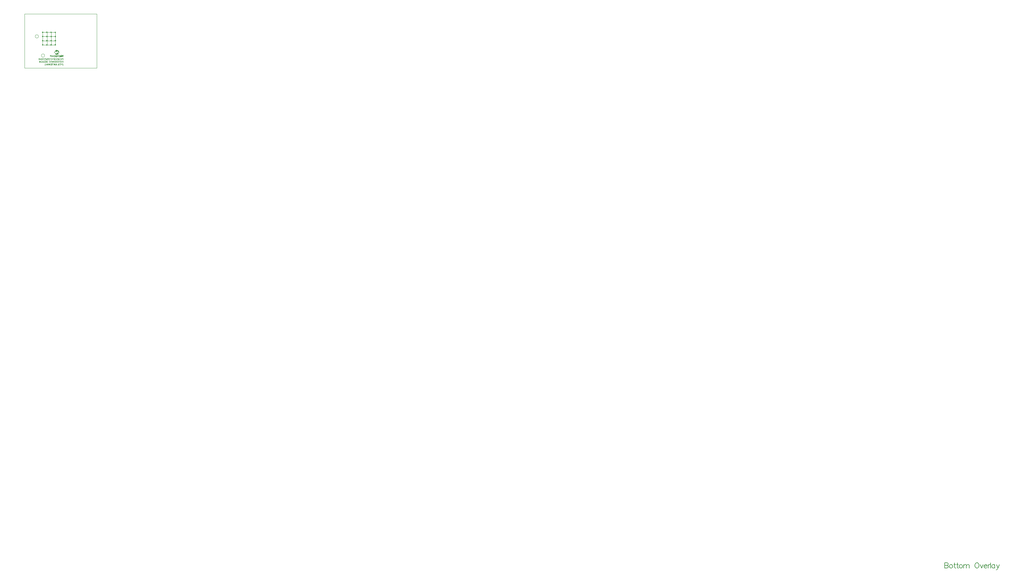
<source format=gbo>
G04*
G04 #@! TF.GenerationSoftware,Altium Limited,Altium Designer,22.4.2 (48)*
G04*
G04 Layer_Color=32896*
%FSLAX24Y24*%
%MOIN*%
G70*
G04*
G04 #@! TF.SameCoordinates,234F8549-8FEE-4F9A-8B0D-93BDF39202AA*
G04*
G04*
G04 #@! TF.FilePolarity,Positive*
G04*
G01*
G75*
%ADD14C,0.0059*%
%ADD15C,0.0039*%
%ADD51C,0.0100*%
%ADD53C,0.0040*%
G36*
X3426Y2004D02*
X3432Y2001D01*
X3437Y1998D01*
X3438Y1997D01*
X3438Y1997D01*
X3441Y1994D01*
X3444Y1990D01*
X3447Y1983D01*
X3447Y1981D01*
X3448Y1979D01*
X3448Y1977D01*
X3448Y1977D01*
X3447Y1972D01*
X3447Y1968D01*
X3444Y1961D01*
X3441Y1957D01*
X3439Y1956D01*
X3439Y1955D01*
X3435Y1952D01*
X3432Y1950D01*
X3424Y1948D01*
X3421Y1947D01*
X3419Y1946D01*
X3417Y1946D01*
X3407Y1948D01*
X3400Y1951D01*
X3395Y1956D01*
X3392Y1962D01*
X3390Y1967D01*
X3389Y1972D01*
X3388Y1975D01*
X3388Y1977D01*
X3390Y1985D01*
X3392Y1993D01*
X3397Y1998D01*
X3402Y2001D01*
X3408Y2003D01*
X3412Y2005D01*
X3415Y2005D01*
X3421Y2005D01*
X3426Y2004D01*
X3426Y2004D02*
G37*
G36*
X3640Y2031D02*
X3662Y2028D01*
X3683Y2024D01*
X3702Y2019D01*
X3720Y2013D01*
X3737Y2005D01*
X3752Y1998D01*
X3766Y1991D01*
X3779Y1983D01*
X3790Y1976D01*
X3799Y1969D01*
X3808Y1963D01*
X3814Y1957D01*
X3819Y1954D01*
X3822Y1951D01*
X3822Y1950D01*
X3836Y1936D01*
X3848Y1921D01*
X3858Y1906D01*
X3867Y1891D01*
X3873Y1876D01*
X3880Y1861D01*
X3885Y1846D01*
X3889Y1833D01*
X3892Y1820D01*
X3895Y1809D01*
X3896Y1798D01*
X3897Y1789D01*
X3898Y1783D01*
X3899Y1777D01*
X3899Y1774D01*
X3899Y1772D01*
X3898Y1758D01*
X3897Y1744D01*
X3896Y1732D01*
X3893Y1721D01*
X3892Y1712D01*
X3891Y1706D01*
X3890Y1701D01*
X3889Y1701D01*
X3889Y1700D01*
X3810Y1810D01*
X3757Y1726D01*
X3752Y1718D01*
X3750Y1712D01*
X3749Y1708D01*
X3749Y1707D01*
X3750Y1702D01*
X3751Y1698D01*
X3752Y1694D01*
X3753Y1691D01*
X3754Y1690D01*
X3825Y1591D01*
X3809Y1576D01*
X3793Y1562D01*
X3776Y1551D01*
X3759Y1541D01*
X3742Y1533D01*
X3725Y1526D01*
X3708Y1520D01*
X3694Y1516D01*
X3679Y1512D01*
X3666Y1509D01*
X3654Y1507D01*
X3644Y1506D01*
X3636Y1505D01*
X3630Y1504D01*
X3625Y1504D01*
X3603Y1505D01*
X3583Y1507D01*
X3564Y1511D01*
X3546Y1516D01*
X3528Y1522D01*
X3512Y1527D01*
X3497Y1534D01*
X3483Y1541D01*
X3471Y1547D01*
X3461Y1554D01*
X3451Y1560D01*
X3443Y1566D01*
X3437Y1570D01*
X3432Y1574D01*
X3429Y1576D01*
X3429Y1577D01*
X3598Y1844D01*
X3550Y1910D01*
X3546Y1916D01*
X3542Y1920D01*
X3538Y1923D01*
X3534Y1925D01*
X3531Y1926D01*
X3529Y1927D01*
X3526Y1927D01*
X3521Y1926D01*
X3516Y1924D01*
X3512Y1921D01*
X3508Y1918D01*
X3505Y1915D01*
X3502Y1912D01*
X3501Y1910D01*
X3501Y1909D01*
X3356Y1684D01*
X3353Y1696D01*
X3351Y1701D01*
X3350Y1707D01*
X3349Y1710D01*
X3348Y1713D01*
X3347Y1715D01*
X3347Y1716D01*
X3345Y1727D01*
X3344Y1732D01*
X3344Y1737D01*
X3344Y1740D01*
X3343Y1743D01*
X3343Y1744D01*
X3343Y1745D01*
X3509Y2009D01*
X3527Y2017D01*
X3546Y2022D01*
X3564Y2026D01*
X3581Y2028D01*
X3589Y2030D01*
X3596Y2030D01*
X3602Y2031D01*
X3607Y2031D01*
X3617Y2031D01*
X3640Y2031D01*
X3640Y2031D02*
G37*
G36*
X3276Y1247D02*
X3241Y1247D01*
X3241Y1316D01*
X3159Y1316D01*
X3159Y1247D01*
X3121Y1247D01*
X3121Y1428D01*
X3159Y1428D01*
X3159Y1365D01*
X3241Y1365D01*
X3241Y1428D01*
X3276Y1428D01*
X3276Y1247D01*
X3276Y1247D02*
G37*
G36*
X4334Y1487D02*
X4340Y1485D01*
X4344Y1480D01*
X4347Y1476D01*
X4349Y1470D01*
X4351Y1467D01*
X4352Y1464D01*
X4352Y1462D01*
X4374Y1247D01*
X4330Y1247D01*
X4317Y1398D01*
X4316Y1398D01*
X4269Y1277D01*
X4266Y1271D01*
X4262Y1265D01*
X4258Y1262D01*
X4252Y1260D01*
X4248Y1258D01*
X4244Y1257D01*
X4241Y1257D01*
X4235Y1257D01*
X4229Y1260D01*
X4225Y1263D01*
X4221Y1267D01*
X4218Y1271D01*
X4216Y1274D01*
X4215Y1277D01*
X4215Y1277D01*
X4168Y1400D01*
X4167Y1400D01*
X4155Y1247D01*
X4109Y1247D01*
X4133Y1460D01*
X4135Y1470D01*
X4138Y1476D01*
X4142Y1482D01*
X4146Y1485D01*
X4150Y1487D01*
X4154Y1487D01*
X4156Y1488D01*
X4157Y1488D01*
X4165Y1487D01*
X4172Y1485D01*
X4178Y1481D01*
X4182Y1476D01*
X4185Y1471D01*
X4188Y1467D01*
X4189Y1465D01*
X4189Y1464D01*
X4241Y1332D01*
X4242Y1332D01*
X4294Y1464D01*
X4298Y1472D01*
X4303Y1478D01*
X4309Y1482D01*
X4314Y1485D01*
X4319Y1487D01*
X4323Y1488D01*
X4327Y1488D01*
X4334Y1487D01*
X4334Y1487D02*
G37*
G36*
X4086Y1247D02*
X4044Y1247D01*
X4044Y1428D01*
X4086Y1428D01*
X4086Y1247D01*
X4086Y1247D02*
G37*
G36*
X3836Y1247D02*
X3797Y1247D01*
X3797Y1294D01*
X3730Y1294D01*
X3723Y1294D01*
X3720Y1291D01*
X3717Y1288D01*
X3717Y1288D01*
X3716Y1285D01*
X3716Y1282D01*
X3715Y1277D01*
X3715Y1274D01*
X3715Y1271D01*
X3715Y1269D01*
X3715Y1268D01*
X3715Y1247D01*
X3677Y1247D01*
X3677Y1277D01*
X3677Y1289D01*
X3680Y1298D01*
X3683Y1305D01*
X3687Y1310D01*
X3691Y1314D01*
X3694Y1316D01*
X3697Y1317D01*
X3697Y1317D01*
X3697Y1318D01*
X3691Y1322D01*
X3686Y1328D01*
X3682Y1336D01*
X3679Y1343D01*
X3677Y1351D01*
X3677Y1357D01*
X3677Y1362D01*
X3677Y1362D01*
X3677Y1363D01*
X3677Y1374D01*
X3677Y1384D01*
X3678Y1392D01*
X3680Y1399D01*
X3683Y1405D01*
X3685Y1411D01*
X3688Y1415D01*
X3691Y1419D01*
X3694Y1422D01*
X3701Y1425D01*
X3707Y1428D01*
X3711Y1428D01*
X3836Y1428D01*
X3836Y1247D01*
X3836Y1247D02*
G37*
G36*
X3094Y1247D02*
X3051Y1247D01*
X3051Y1428D01*
X3094Y1428D01*
X3094Y1247D01*
X3094Y1247D02*
G37*
G36*
X3027Y1247D02*
X2990Y1247D01*
X2990Y1293D01*
X2900Y1293D01*
X2894Y1294D01*
X2889Y1295D01*
X2885Y1297D01*
X2881Y1299D01*
X2879Y1301D01*
X2877Y1303D01*
X2875Y1304D01*
X2875Y1305D01*
X2872Y1311D01*
X2869Y1318D01*
X2867Y1326D01*
X2866Y1334D01*
X2865Y1341D01*
X2864Y1347D01*
X2864Y1351D01*
X2864Y1352D01*
X2864Y1366D01*
X2864Y1373D01*
X2865Y1379D01*
X2865Y1385D01*
X2866Y1389D01*
X2866Y1393D01*
X2866Y1396D01*
X2867Y1397D01*
X2867Y1398D01*
X2872Y1408D01*
X2877Y1416D01*
X2884Y1421D01*
X2891Y1425D01*
X2898Y1427D01*
X2904Y1428D01*
X2908Y1428D01*
X3027Y1428D01*
X3027Y1247D01*
X3027Y1247D02*
G37*
G36*
X3979Y1430D02*
X3982Y1429D01*
X3984Y1429D01*
X3990Y1428D01*
X3996Y1425D01*
X4001Y1421D01*
X4005Y1416D01*
X4012Y1406D01*
X4016Y1395D01*
X4019Y1384D01*
X4020Y1374D01*
X4021Y1371D01*
X4021Y1368D01*
X4021Y1366D01*
X4021Y1365D01*
X4021Y1311D01*
X4020Y1298D01*
X4019Y1288D01*
X4017Y1279D01*
X4015Y1272D01*
X4013Y1267D01*
X4010Y1263D01*
X4010Y1261D01*
X4009Y1260D01*
X4004Y1255D01*
X3997Y1251D01*
X3990Y1249D01*
X3982Y1248D01*
X3976Y1246D01*
X3970Y1245D01*
X3897Y1245D01*
X3888Y1246D01*
X3881Y1247D01*
X3875Y1249D01*
X3870Y1251D01*
X3867Y1253D01*
X3865Y1255D01*
X3863Y1256D01*
X3863Y1257D01*
X3862Y1260D01*
X3860Y1265D01*
X3859Y1277D01*
X3858Y1282D01*
X3858Y1287D01*
X3858Y1290D01*
X3858Y1291D01*
X3959Y1291D01*
X3964Y1292D01*
X3968Y1293D01*
X3971Y1294D01*
X3974Y1296D01*
X3977Y1299D01*
X3978Y1300D01*
X3979Y1303D01*
X3979Y1307D01*
X3980Y1317D01*
X3981Y1320D01*
X3981Y1324D01*
X3981Y1327D01*
X3981Y1328D01*
X3981Y1348D01*
X3981Y1355D01*
X3980Y1362D01*
X3979Y1367D01*
X3978Y1371D01*
X3976Y1374D01*
X3976Y1375D01*
X3975Y1376D01*
X3970Y1381D01*
X3965Y1383D01*
X3960Y1384D01*
X3860Y1384D01*
X3861Y1396D01*
X3862Y1406D01*
X3863Y1413D01*
X3865Y1419D01*
X3868Y1422D01*
X3869Y1425D01*
X3870Y1426D01*
X3871Y1426D01*
X3872Y1427D01*
X3874Y1428D01*
X3881Y1429D01*
X3889Y1430D01*
X3898Y1430D01*
X3907Y1430D01*
X3973Y1430D01*
X3979Y1430D01*
X3979Y1430D02*
G37*
G36*
X3609Y1430D02*
X3616Y1429D01*
X3619Y1428D01*
X3621Y1428D01*
X3622Y1428D01*
X3623Y1428D01*
X3628Y1425D01*
X3633Y1422D01*
X3637Y1419D01*
X3640Y1414D01*
X3646Y1405D01*
X3650Y1393D01*
X3652Y1383D01*
X3653Y1374D01*
X3654Y1371D01*
X3654Y1368D01*
X3654Y1366D01*
X3654Y1365D01*
X3654Y1311D01*
X3653Y1300D01*
X3652Y1289D01*
X3651Y1281D01*
X3649Y1275D01*
X3647Y1270D01*
X3646Y1266D01*
X3645Y1264D01*
X3644Y1263D01*
X3638Y1257D01*
X3632Y1253D01*
X3624Y1250D01*
X3617Y1248D01*
X3610Y1246D01*
X3604Y1245D01*
X3538Y1245D01*
X3526Y1246D01*
X3521Y1247D01*
X3518Y1248D01*
X3515Y1248D01*
X3512Y1248D01*
X3511Y1249D01*
X3510Y1249D01*
X3506Y1251D01*
X3501Y1255D01*
X3495Y1263D01*
X3490Y1274D01*
X3486Y1284D01*
X3485Y1294D01*
X3484Y1302D01*
X3483Y1306D01*
X3483Y1308D01*
X3483Y1310D01*
X3483Y1311D01*
X3483Y1365D01*
X3484Y1377D01*
X3485Y1387D01*
X3487Y1395D01*
X3489Y1402D01*
X3492Y1408D01*
X3493Y1411D01*
X3495Y1413D01*
X3495Y1414D01*
X3501Y1419D01*
X3506Y1424D01*
X3514Y1427D01*
X3521Y1428D01*
X3527Y1430D01*
X3532Y1430D01*
X3599Y1430D01*
X3609Y1430D01*
X3609Y1430D02*
G37*
G36*
X3422Y1429D02*
X3428Y1428D01*
X3432Y1427D01*
X3436Y1425D01*
X3438Y1425D01*
X3440Y1423D01*
X3441Y1423D01*
X3444Y1420D01*
X3448Y1416D01*
X3453Y1408D01*
X3458Y1399D01*
X3460Y1389D01*
X3461Y1379D01*
X3462Y1372D01*
X3463Y1369D01*
X3463Y1367D01*
X3463Y1365D01*
X3463Y1365D01*
X3463Y1310D01*
X3462Y1300D01*
X3461Y1290D01*
X3460Y1282D01*
X3458Y1276D01*
X3457Y1271D01*
X3455Y1268D01*
X3454Y1265D01*
X3454Y1265D01*
X3449Y1258D01*
X3442Y1254D01*
X3434Y1250D01*
X3427Y1248D01*
X3419Y1246D01*
X3413Y1245D01*
X3339Y1245D01*
X3330Y1246D01*
X3323Y1247D01*
X3317Y1248D01*
X3313Y1251D01*
X3310Y1252D01*
X3307Y1254D01*
X3306Y1254D01*
X3306Y1255D01*
X3304Y1259D01*
X3302Y1264D01*
X3301Y1270D01*
X3301Y1276D01*
X3300Y1282D01*
X3300Y1287D01*
X3300Y1290D01*
X3300Y1291D01*
X3401Y1291D01*
X3405Y1292D01*
X3409Y1293D01*
X3414Y1297D01*
X3418Y1303D01*
X3421Y1310D01*
X3422Y1317D01*
X3423Y1322D01*
X3424Y1326D01*
X3424Y1327D01*
X3424Y1328D01*
X3424Y1348D01*
X3424Y1354D01*
X3423Y1359D01*
X3421Y1365D01*
X3420Y1369D01*
X3416Y1376D01*
X3412Y1379D01*
X3408Y1382D01*
X3404Y1383D01*
X3401Y1384D01*
X3401Y1384D01*
X3301Y1382D01*
X3301Y1388D01*
X3301Y1394D01*
X3302Y1399D01*
X3302Y1403D01*
X3303Y1407D01*
X3303Y1409D01*
X3304Y1410D01*
X3304Y1411D01*
X3305Y1416D01*
X3307Y1419D01*
X3310Y1422D01*
X3313Y1425D01*
X3318Y1428D01*
X3319Y1428D01*
X3320Y1428D01*
X3323Y1429D01*
X3327Y1430D01*
X3336Y1430D01*
X3415Y1430D01*
X3422Y1429D01*
X3422Y1429D02*
G37*
G36*
X3446Y299D02*
X3410Y299D01*
X3410Y426D01*
X3332Y299D01*
X3293Y299D01*
X3293Y491D01*
X3329Y491D01*
X3329Y362D01*
X3408Y491D01*
X3446Y491D01*
X3446Y299D01*
X3446Y299D02*
G37*
G36*
X2910Y299D02*
X2874Y299D01*
X2874Y426D01*
X2797Y299D01*
X2758Y299D01*
X2758Y491D01*
X2794Y491D01*
X2794Y362D01*
X2873Y491D01*
X2910Y491D01*
X2910Y299D01*
X2910Y299D02*
G37*
G36*
X2717Y299D02*
X2681Y299D01*
X2681Y426D01*
X2603Y299D01*
X2564Y299D01*
X2564Y491D01*
X2600Y491D01*
X2600Y362D01*
X2679Y491D01*
X2717Y491D01*
X2717Y299D01*
X2717Y299D02*
G37*
G36*
X4025Y494D02*
X4032Y493D01*
X4039Y492D01*
X4045Y490D01*
X4051Y488D01*
X4056Y486D01*
X4061Y484D01*
X4065Y481D01*
X4069Y479D01*
X4073Y476D01*
X4076Y474D01*
X4078Y472D01*
X4080Y470D01*
X4082Y469D01*
X4082Y468D01*
X4083Y468D01*
X4087Y463D01*
X4091Y457D01*
X4094Y451D01*
X4097Y445D01*
X4099Y439D01*
X4101Y433D01*
X4103Y427D01*
X4104Y421D01*
X4105Y415D01*
X4106Y410D01*
X4107Y405D01*
X4107Y401D01*
X4107Y398D01*
X4107Y396D01*
X4107Y394D01*
X4107Y394D01*
X4107Y393D01*
X4107Y385D01*
X4106Y377D01*
X4105Y370D01*
X4103Y363D01*
X4102Y357D01*
X4100Y351D01*
X4097Y345D01*
X4095Y341D01*
X4093Y336D01*
X4091Y332D01*
X4088Y329D01*
X4087Y327D01*
X4085Y325D01*
X4084Y323D01*
X4083Y322D01*
X4083Y322D01*
X4078Y317D01*
X4073Y313D01*
X4068Y310D01*
X4063Y307D01*
X4057Y304D01*
X4052Y302D01*
X4047Y301D01*
X4043Y299D01*
X4038Y298D01*
X4034Y297D01*
X4030Y297D01*
X4027Y296D01*
X4024Y296D01*
X4022Y296D01*
X4020Y296D01*
X4015Y296D01*
X4009Y296D01*
X4004Y297D01*
X3999Y298D01*
X3995Y299D01*
X3991Y301D01*
X3987Y302D01*
X3983Y304D01*
X3980Y305D01*
X3977Y306D01*
X3975Y308D01*
X3973Y309D01*
X3971Y310D01*
X3970Y311D01*
X3970Y311D01*
X3969Y311D01*
X3966Y314D01*
X3962Y318D01*
X3956Y325D01*
X3951Y333D01*
X3947Y340D01*
X3946Y344D01*
X3944Y347D01*
X3943Y350D01*
X3942Y353D01*
X3941Y355D01*
X3941Y357D01*
X3941Y358D01*
X3941Y358D01*
X3978Y370D01*
X3980Y362D01*
X3983Y356D01*
X3985Y350D01*
X3988Y346D01*
X3990Y343D01*
X3992Y340D01*
X3994Y339D01*
X3994Y339D01*
X3999Y335D01*
X4003Y333D01*
X4008Y331D01*
X4011Y330D01*
X4015Y329D01*
X4018Y329D01*
X4019Y329D01*
X4021Y329D01*
X4024Y329D01*
X4028Y329D01*
X4035Y331D01*
X4041Y334D01*
X4045Y337D01*
X4049Y339D01*
X4052Y342D01*
X4053Y343D01*
X4054Y344D01*
X4054Y344D01*
X4054Y344D01*
X4057Y347D01*
X4059Y351D01*
X4061Y355D01*
X4062Y359D01*
X4064Y367D01*
X4066Y376D01*
X4066Y380D01*
X4067Y384D01*
X4067Y387D01*
X4067Y390D01*
X4067Y393D01*
X4067Y395D01*
X4067Y396D01*
X4067Y396D01*
X4067Y403D01*
X4067Y408D01*
X4066Y414D01*
X4065Y419D01*
X4064Y423D01*
X4063Y427D01*
X4062Y431D01*
X4061Y434D01*
X4060Y437D01*
X4059Y439D01*
X4057Y441D01*
X4056Y443D01*
X4056Y444D01*
X4055Y445D01*
X4054Y446D01*
X4054Y446D01*
X4052Y449D01*
X4049Y451D01*
X4046Y453D01*
X4043Y455D01*
X4038Y458D01*
X4032Y460D01*
X4027Y461D01*
X4025Y461D01*
X4023Y461D01*
X4022Y462D01*
X4020Y462D01*
X4014Y461D01*
X4009Y460D01*
X4005Y459D01*
X4001Y457D01*
X3998Y455D01*
X3996Y454D01*
X3994Y453D01*
X3994Y453D01*
X3990Y449D01*
X3987Y445D01*
X3984Y442D01*
X3982Y438D01*
X3981Y434D01*
X3980Y432D01*
X3980Y431D01*
X3980Y430D01*
X3979Y430D01*
X3979Y429D01*
X3941Y439D01*
X3944Y447D01*
X3947Y454D01*
X3950Y460D01*
X3953Y465D01*
X3956Y468D01*
X3957Y470D01*
X3959Y472D01*
X3959Y472D01*
X3960Y473D01*
X3961Y474D01*
X3961Y474D01*
X3965Y477D01*
X3970Y481D01*
X3974Y483D01*
X3979Y486D01*
X3984Y488D01*
X3988Y490D01*
X3993Y491D01*
X3998Y492D01*
X4002Y493D01*
X4006Y493D01*
X4009Y494D01*
X4012Y494D01*
X4015Y494D01*
X4018Y494D01*
X4025Y494D01*
X4025Y494D02*
G37*
G36*
X4279Y299D02*
X4240Y299D01*
X4240Y372D01*
X4206Y372D01*
X4202Y372D01*
X4198Y372D01*
X4194Y372D01*
X4191Y372D01*
X4188Y373D01*
X4185Y373D01*
X4183Y373D01*
X4181Y373D01*
X4179Y373D01*
X4178Y374D01*
X4177Y374D01*
X4176Y374D01*
X4175Y374D01*
X4171Y375D01*
X4168Y377D01*
X4164Y378D01*
X4161Y380D01*
X4159Y381D01*
X4157Y382D01*
X4156Y383D01*
X4155Y383D01*
X4152Y386D01*
X4149Y389D01*
X4146Y392D01*
X4143Y395D01*
X4141Y398D01*
X4140Y400D01*
X4139Y401D01*
X4139Y402D01*
X4137Y407D01*
X4135Y412D01*
X4134Y417D01*
X4133Y422D01*
X4133Y426D01*
X4133Y427D01*
X4132Y429D01*
X4132Y430D01*
X4132Y431D01*
X4132Y432D01*
X4132Y432D01*
X4133Y440D01*
X4134Y447D01*
X4136Y454D01*
X4138Y459D01*
X4139Y461D01*
X4140Y463D01*
X4141Y465D01*
X4142Y467D01*
X4143Y468D01*
X4143Y468D01*
X4144Y469D01*
X4144Y469D01*
X4148Y474D01*
X4152Y478D01*
X4157Y481D01*
X4161Y484D01*
X4165Y486D01*
X4168Y487D01*
X4169Y487D01*
X4170Y488D01*
X4171Y488D01*
X4171Y488D01*
X4173Y488D01*
X4176Y489D01*
X4179Y489D01*
X4183Y490D01*
X4190Y490D01*
X4198Y491D01*
X4205Y491D01*
X4208Y491D01*
X4279Y491D01*
X4279Y299D01*
X4279Y299D02*
G37*
G36*
X3907Y299D02*
X3824Y299D01*
X3819Y299D01*
X3811Y299D01*
X3808Y300D01*
X3802Y300D01*
X3800Y300D01*
X3798Y300D01*
X3797Y300D01*
X3795Y300D01*
X3790Y301D01*
X3785Y303D01*
X3780Y304D01*
X3777Y306D01*
X3774Y307D01*
X3771Y308D01*
X3770Y309D01*
X3769Y309D01*
X3766Y313D01*
X3762Y316D01*
X3759Y319D01*
X3757Y322D01*
X3755Y325D01*
X3754Y327D01*
X3753Y329D01*
X3753Y329D01*
X3751Y334D01*
X3749Y338D01*
X3748Y343D01*
X3747Y347D01*
X3747Y350D01*
X3747Y352D01*
X3747Y354D01*
X3747Y354D01*
X3747Y355D01*
X3747Y361D01*
X3748Y366D01*
X3750Y371D01*
X3751Y375D01*
X3753Y379D01*
X3755Y381D01*
X3756Y383D01*
X3756Y383D01*
X3760Y388D01*
X3764Y391D01*
X3769Y395D01*
X3773Y397D01*
X3777Y399D01*
X3780Y400D01*
X3781Y400D01*
X3782Y401D01*
X3783Y401D01*
X3783Y401D01*
X3779Y403D01*
X3775Y406D01*
X3771Y409D01*
X3769Y411D01*
X3767Y414D01*
X3765Y416D01*
X3764Y417D01*
X3764Y418D01*
X3761Y422D01*
X3759Y426D01*
X3758Y431D01*
X3757Y434D01*
X3756Y438D01*
X3756Y440D01*
X3756Y442D01*
X3756Y442D01*
X3756Y442D01*
X3756Y447D01*
X3757Y451D01*
X3758Y455D01*
X3759Y458D01*
X3760Y461D01*
X3761Y463D01*
X3762Y464D01*
X3762Y465D01*
X3764Y468D01*
X3767Y472D01*
X3769Y474D01*
X3772Y477D01*
X3774Y478D01*
X3775Y480D01*
X3777Y481D01*
X3777Y481D01*
X3780Y483D01*
X3784Y485D01*
X3787Y486D01*
X3790Y487D01*
X3793Y488D01*
X3795Y489D01*
X3796Y489D01*
X3797Y489D01*
X3802Y490D01*
X3807Y490D01*
X3812Y490D01*
X3818Y491D01*
X3823Y491D01*
X3907Y491D01*
X3907Y299D01*
X3907Y299D02*
G37*
G36*
X3659Y299D02*
X3618Y299D01*
X3602Y343D01*
X3525Y343D01*
X3508Y299D01*
X3467Y299D01*
X3544Y491D01*
X3585Y491D01*
X3659Y299D01*
X3659Y299D02*
G37*
G36*
X3266Y458D02*
X3209Y458D01*
X3209Y299D01*
X3171Y299D01*
X3171Y458D01*
X3114Y458D01*
X3114Y491D01*
X3266Y491D01*
X3266Y458D01*
X3266Y458D02*
G37*
G36*
X3089Y299D02*
X2943Y299D01*
X2943Y332D01*
X3050Y332D01*
X3050Y384D01*
X2954Y384D01*
X2954Y416D01*
X3050Y416D01*
X3050Y458D01*
X2947Y458D01*
X2947Y491D01*
X3089Y491D01*
X3089Y299D01*
X3089Y299D02*
G37*
G36*
X2543Y299D02*
X2502Y299D01*
X2486Y343D01*
X2409Y343D01*
X2393Y299D01*
X2351Y299D01*
X2428Y491D01*
X2469Y491D01*
X2543Y299D01*
X2543Y299D02*
G37*
G36*
X4339Y485D02*
X4344Y475D01*
X4349Y466D01*
X4351Y462D01*
X4353Y458D01*
X4355Y454D01*
X4357Y450D01*
X4358Y447D01*
X4359Y445D01*
X4360Y443D01*
X4360Y441D01*
X4361Y440D01*
X4361Y440D01*
X4363Y434D01*
X4365Y427D01*
X4369Y415D01*
X4371Y403D01*
X4372Y397D01*
X4372Y392D01*
X4373Y387D01*
X4373Y382D01*
X4374Y378D01*
X4374Y375D01*
X4374Y372D01*
X4374Y370D01*
X4374Y369D01*
X4374Y368D01*
X4373Y357D01*
X4372Y346D01*
X4370Y335D01*
X4370Y330D01*
X4369Y326D01*
X4368Y321D01*
X4367Y318D01*
X4366Y314D01*
X4365Y311D01*
X4364Y309D01*
X4364Y307D01*
X4364Y306D01*
X4364Y306D01*
X4359Y294D01*
X4354Y282D01*
X4352Y277D01*
X4349Y272D01*
X4347Y267D01*
X4344Y262D01*
X4342Y258D01*
X4340Y254D01*
X4338Y251D01*
X4336Y248D01*
X4335Y246D01*
X4334Y244D01*
X4333Y243D01*
X4333Y243D01*
X4308Y243D01*
X4310Y247D01*
X4312Y252D01*
X4313Y256D01*
X4315Y259D01*
X4316Y263D01*
X4318Y266D01*
X4319Y269D01*
X4320Y272D01*
X4321Y274D01*
X4322Y276D01*
X4323Y277D01*
X4323Y279D01*
X4323Y280D01*
X4324Y281D01*
X4324Y281D01*
X4324Y281D01*
X4326Y289D01*
X4329Y296D01*
X4330Y303D01*
X4332Y310D01*
X4333Y313D01*
X4333Y316D01*
X4334Y318D01*
X4334Y320D01*
X4334Y321D01*
X4334Y322D01*
X4335Y323D01*
X4335Y324D01*
X4336Y332D01*
X4337Y340D01*
X4338Y347D01*
X4338Y354D01*
X4338Y357D01*
X4338Y360D01*
X4339Y362D01*
X4339Y364D01*
X4339Y365D01*
X4339Y367D01*
X4339Y367D01*
X4339Y368D01*
X4338Y379D01*
X4338Y390D01*
X4337Y395D01*
X4336Y400D01*
X4336Y405D01*
X4335Y409D01*
X4335Y413D01*
X4334Y416D01*
X4334Y419D01*
X4333Y422D01*
X4333Y424D01*
X4332Y426D01*
X4332Y426D01*
X4332Y427D01*
X4331Y432D01*
X4329Y437D01*
X4325Y449D01*
X4321Y460D01*
X4319Y466D01*
X4317Y471D01*
X4315Y476D01*
X4313Y480D01*
X4312Y484D01*
X4310Y488D01*
X4309Y490D01*
X4308Y493D01*
X4308Y494D01*
X4307Y494D01*
X4333Y494D01*
X4339Y485D01*
X4339Y485D02*
G37*
G36*
X2338Y487D02*
X2335Y480D01*
X2332Y473D01*
X2330Y467D01*
X2327Y461D01*
X2325Y455D01*
X2324Y450D01*
X2322Y445D01*
X2321Y441D01*
X2320Y437D01*
X2318Y434D01*
X2318Y432D01*
X2317Y429D01*
X2317Y428D01*
X2317Y427D01*
X2317Y427D01*
X2314Y416D01*
X2313Y406D01*
X2311Y396D01*
X2311Y391D01*
X2310Y387D01*
X2310Y383D01*
X2310Y379D01*
X2310Y376D01*
X2310Y373D01*
X2310Y371D01*
X2310Y369D01*
X2310Y368D01*
X2310Y368D01*
X2310Y362D01*
X2310Y357D01*
X2310Y352D01*
X2310Y347D01*
X2311Y343D01*
X2311Y340D01*
X2311Y339D01*
X2312Y338D01*
X2312Y338D01*
X2312Y338D01*
X2313Y327D01*
X2314Y322D01*
X2315Y317D01*
X2316Y313D01*
X2317Y310D01*
X2317Y309D01*
X2317Y308D01*
X2317Y307D01*
X2317Y307D01*
X2319Y301D01*
X2320Y296D01*
X2322Y291D01*
X2323Y287D01*
X2324Y283D01*
X2325Y281D01*
X2325Y279D01*
X2325Y279D01*
X2325Y279D01*
X2327Y274D01*
X2330Y268D01*
X2332Y262D01*
X2335Y256D01*
X2337Y251D01*
X2338Y249D01*
X2339Y247D01*
X2340Y245D01*
X2340Y244D01*
X2341Y243D01*
X2341Y243D01*
X2315Y243D01*
X2311Y249D01*
X2307Y255D01*
X2304Y262D01*
X2301Y268D01*
X2298Y274D01*
X2295Y280D01*
X2293Y285D01*
X2291Y290D01*
X2289Y295D01*
X2287Y299D01*
X2286Y303D01*
X2285Y306D01*
X2284Y308D01*
X2284Y310D01*
X2283Y311D01*
X2283Y312D01*
X2280Y323D01*
X2278Y334D01*
X2277Y339D01*
X2277Y344D01*
X2276Y349D01*
X2276Y353D01*
X2275Y357D01*
X2275Y360D01*
X2275Y363D01*
X2274Y366D01*
X2274Y368D01*
X2274Y369D01*
X2274Y370D01*
X2274Y370D01*
X2275Y383D01*
X2276Y394D01*
X2277Y399D01*
X2278Y405D01*
X2279Y410D01*
X2280Y414D01*
X2281Y419D01*
X2282Y423D01*
X2283Y426D01*
X2284Y429D01*
X2284Y431D01*
X2285Y433D01*
X2286Y434D01*
X2286Y434D01*
X2290Y446D01*
X2295Y457D01*
X2297Y462D01*
X2300Y467D01*
X2302Y472D01*
X2305Y476D01*
X2307Y480D01*
X2309Y484D01*
X2311Y487D01*
X2313Y489D01*
X2314Y491D01*
X2315Y493D01*
X2316Y494D01*
X2316Y494D01*
X2341Y494D01*
X2338Y487D01*
X2338Y487D02*
G37*
G36*
X3882Y1101D02*
X3887Y1101D01*
X3892Y1099D01*
X3897Y1098D01*
X3900Y1097D01*
X3903Y1096D01*
X3904Y1096D01*
X3905Y1095D01*
X3905Y1095D01*
X3909Y1093D01*
X3913Y1090D01*
X3917Y1087D01*
X3920Y1085D01*
X3922Y1082D01*
X3923Y1080D01*
X3925Y1079D01*
X3925Y1079D01*
X3927Y1075D01*
X3929Y1070D01*
X3931Y1065D01*
X3933Y1061D01*
X3934Y1057D01*
X3935Y1054D01*
X3935Y1052D01*
X3935Y1052D01*
X3935Y1051D01*
X3935Y1051D01*
X3902Y1045D01*
X3901Y1050D01*
X3900Y1053D01*
X3898Y1057D01*
X3897Y1059D01*
X3896Y1062D01*
X3895Y1063D01*
X3894Y1064D01*
X3893Y1064D01*
X3891Y1067D01*
X3888Y1068D01*
X3885Y1069D01*
X3883Y1070D01*
X3881Y1071D01*
X3879Y1071D01*
X3877Y1071D01*
X3874Y1071D01*
X3871Y1070D01*
X3868Y1069D01*
X3866Y1068D01*
X3864Y1067D01*
X3863Y1066D01*
X3862Y1065D01*
X3862Y1065D01*
X3860Y1063D01*
X3859Y1060D01*
X3857Y1058D01*
X3857Y1055D01*
X3856Y1053D01*
X3856Y1051D01*
X3856Y1050D01*
X3856Y1050D01*
X3856Y1045D01*
X3857Y1042D01*
X3859Y1039D01*
X3860Y1036D01*
X3862Y1034D01*
X3863Y1033D01*
X3864Y1032D01*
X3864Y1031D01*
X3867Y1029D01*
X3871Y1027D01*
X3875Y1026D01*
X3879Y1026D01*
X3882Y1025D01*
X3885Y1025D01*
X3887Y1025D01*
X3891Y995D01*
X3887Y996D01*
X3884Y997D01*
X3881Y998D01*
X3879Y998D01*
X3877Y998D01*
X3874Y998D01*
X3870Y998D01*
X3867Y997D01*
X3864Y996D01*
X3861Y994D01*
X3859Y993D01*
X3857Y991D01*
X3856Y990D01*
X3856Y990D01*
X3854Y986D01*
X3852Y983D01*
X3850Y979D01*
X3849Y976D01*
X3849Y972D01*
X3848Y970D01*
X3848Y968D01*
X3848Y968D01*
X3848Y968D01*
X3849Y962D01*
X3849Y958D01*
X3851Y953D01*
X3852Y950D01*
X3854Y948D01*
X3855Y946D01*
X3856Y944D01*
X3856Y944D01*
X3859Y941D01*
X3863Y939D01*
X3866Y938D01*
X3869Y937D01*
X3872Y936D01*
X3874Y936D01*
X3875Y935D01*
X3875Y935D01*
X3879Y936D01*
X3883Y937D01*
X3886Y938D01*
X3888Y939D01*
X3890Y940D01*
X3892Y941D01*
X3893Y942D01*
X3893Y942D01*
X3896Y945D01*
X3898Y949D01*
X3900Y952D01*
X3901Y956D01*
X3902Y959D01*
X3902Y961D01*
X3903Y963D01*
X3903Y963D01*
X3903Y963D01*
X3938Y959D01*
X3938Y955D01*
X3936Y950D01*
X3934Y943D01*
X3931Y936D01*
X3929Y933D01*
X3927Y931D01*
X3926Y928D01*
X3924Y926D01*
X3923Y924D01*
X3921Y923D01*
X3920Y922D01*
X3919Y921D01*
X3919Y920D01*
X3918Y920D01*
X3915Y917D01*
X3911Y915D01*
X3908Y913D01*
X3904Y911D01*
X3897Y909D01*
X3890Y907D01*
X3887Y906D01*
X3884Y906D01*
X3882Y906D01*
X3880Y905D01*
X3878Y905D01*
X3875Y905D01*
X3870Y905D01*
X3865Y906D01*
X3861Y907D01*
X3856Y908D01*
X3852Y909D01*
X3849Y911D01*
X3845Y912D01*
X3842Y914D01*
X3839Y916D01*
X3836Y917D01*
X3834Y919D01*
X3833Y920D01*
X3831Y921D01*
X3830Y922D01*
X3829Y922D01*
X3829Y923D01*
X3826Y926D01*
X3823Y930D01*
X3821Y933D01*
X3818Y937D01*
X3817Y941D01*
X3815Y944D01*
X3813Y951D01*
X3812Y954D01*
X3812Y957D01*
X3811Y960D01*
X3811Y962D01*
X3811Y963D01*
X3811Y965D01*
X3811Y966D01*
X3811Y966D01*
X3811Y972D01*
X3812Y978D01*
X3814Y983D01*
X3816Y987D01*
X3818Y991D01*
X3819Y993D01*
X3820Y995D01*
X3821Y996D01*
X3825Y1000D01*
X3829Y1003D01*
X3833Y1006D01*
X3838Y1008D01*
X3841Y1010D01*
X3844Y1011D01*
X3845Y1011D01*
X3846Y1011D01*
X3847Y1012D01*
X3847Y1012D01*
X3842Y1015D01*
X3838Y1018D01*
X3834Y1021D01*
X3831Y1024D01*
X3828Y1028D01*
X3826Y1031D01*
X3824Y1034D01*
X3823Y1037D01*
X3821Y1040D01*
X3821Y1043D01*
X3820Y1046D01*
X3820Y1048D01*
X3820Y1050D01*
X3819Y1051D01*
X3819Y1052D01*
X3819Y1052D01*
X3820Y1055D01*
X3820Y1058D01*
X3821Y1065D01*
X3823Y1070D01*
X3826Y1075D01*
X3828Y1079D01*
X3831Y1081D01*
X3831Y1083D01*
X3832Y1083D01*
X3833Y1084D01*
X3833Y1084D01*
X3836Y1087D01*
X3839Y1090D01*
X3843Y1092D01*
X3846Y1094D01*
X3850Y1096D01*
X3854Y1097D01*
X3861Y1099D01*
X3864Y1100D01*
X3867Y1101D01*
X3869Y1101D01*
X3872Y1101D01*
X3874Y1101D01*
X3876Y1101D01*
X3882Y1101D01*
X3882Y1101D02*
G37*
G36*
X3390Y1008D02*
X3457Y909D01*
X3410Y909D01*
X3367Y973D01*
X3325Y909D01*
X3279Y909D01*
X3344Y1008D01*
X3284Y1100D01*
X3330Y1100D01*
X3367Y1043D01*
X3405Y1100D01*
X3451Y1100D01*
X3390Y1008D01*
X3390Y1008D02*
G37*
G36*
X3729Y1101D02*
X3734Y1101D01*
X3742Y1099D01*
X3749Y1097D01*
X3753Y1096D01*
X3756Y1095D01*
X3759Y1094D01*
X3761Y1092D01*
X3763Y1091D01*
X3765Y1090D01*
X3766Y1089D01*
X3767Y1089D01*
X3767Y1088D01*
X3768Y1088D01*
X3771Y1085D01*
X3774Y1083D01*
X3776Y1079D01*
X3778Y1076D01*
X3782Y1068D01*
X3784Y1062D01*
X3785Y1058D01*
X3786Y1055D01*
X3787Y1052D01*
X3787Y1050D01*
X3788Y1047D01*
X3788Y1046D01*
X3788Y1045D01*
X3788Y1045D01*
X3751Y1041D01*
X3751Y1047D01*
X3750Y1051D01*
X3749Y1055D01*
X3747Y1058D01*
X3746Y1061D01*
X3745Y1063D01*
X3744Y1064D01*
X3744Y1064D01*
X3741Y1066D01*
X3738Y1068D01*
X3735Y1069D01*
X3732Y1070D01*
X3729Y1071D01*
X3727Y1071D01*
X3725Y1071D01*
X3721Y1071D01*
X3718Y1070D01*
X3715Y1069D01*
X3712Y1068D01*
X3710Y1067D01*
X3708Y1065D01*
X3707Y1065D01*
X3707Y1064D01*
X3705Y1062D01*
X3703Y1058D01*
X3702Y1055D01*
X3701Y1052D01*
X3701Y1050D01*
X3700Y1047D01*
X3700Y1046D01*
X3700Y1045D01*
X3700Y1045D01*
X3701Y1041D01*
X3702Y1037D01*
X3703Y1033D01*
X3704Y1030D01*
X3706Y1027D01*
X3707Y1025D01*
X3708Y1023D01*
X3708Y1023D01*
X3709Y1021D01*
X3711Y1019D01*
X3713Y1017D01*
X3715Y1014D01*
X3720Y1009D01*
X3725Y1004D01*
X3730Y999D01*
X3733Y997D01*
X3735Y995D01*
X3736Y993D01*
X3738Y992D01*
X3738Y991D01*
X3739Y991D01*
X3744Y986D01*
X3749Y981D01*
X3754Y976D01*
X3758Y972D01*
X3762Y968D01*
X3765Y964D01*
X3768Y961D01*
X3771Y957D01*
X3773Y955D01*
X3775Y952D01*
X3777Y950D01*
X3778Y948D01*
X3779Y947D01*
X3779Y946D01*
X3780Y945D01*
X3780Y945D01*
X3784Y939D01*
X3786Y932D01*
X3789Y926D01*
X3790Y921D01*
X3791Y916D01*
X3792Y914D01*
X3792Y912D01*
X3792Y911D01*
X3792Y909D01*
X3792Y909D01*
X3792Y909D01*
X3664Y909D01*
X3664Y943D01*
X3737Y943D01*
X3734Y946D01*
X3732Y949D01*
X3731Y951D01*
X3730Y952D01*
X3729Y952D01*
X3729Y953D01*
X3728Y954D01*
X3727Y955D01*
X3724Y958D01*
X3720Y962D01*
X3716Y965D01*
X3713Y969D01*
X3710Y971D01*
X3709Y973D01*
X3708Y973D01*
X3707Y974D01*
X3707Y974D01*
X3701Y980D01*
X3696Y985D01*
X3692Y989D01*
X3688Y992D01*
X3686Y995D01*
X3684Y997D01*
X3683Y998D01*
X3683Y999D01*
X3679Y1003D01*
X3676Y1008D01*
X3674Y1012D01*
X3672Y1016D01*
X3670Y1019D01*
X3669Y1021D01*
X3669Y1022D01*
X3668Y1023D01*
X3667Y1027D01*
X3666Y1032D01*
X3665Y1036D01*
X3664Y1040D01*
X3664Y1043D01*
X3664Y1045D01*
X3664Y1047D01*
X3664Y1048D01*
X3664Y1052D01*
X3664Y1056D01*
X3665Y1060D01*
X3666Y1063D01*
X3669Y1070D01*
X3672Y1075D01*
X3673Y1078D01*
X3675Y1080D01*
X3676Y1082D01*
X3677Y1083D01*
X3679Y1084D01*
X3679Y1085D01*
X3680Y1086D01*
X3680Y1086D01*
X3683Y1089D01*
X3687Y1091D01*
X3690Y1093D01*
X3694Y1095D01*
X3701Y1098D01*
X3708Y1099D01*
X3711Y1100D01*
X3715Y1101D01*
X3717Y1101D01*
X3720Y1101D01*
X3722Y1101D01*
X3725Y1101D01*
X3729Y1101D01*
X3729Y1101D02*
G37*
G36*
X2761Y1101D02*
X2766Y1101D01*
X2774Y1099D01*
X2781Y1097D01*
X2785Y1096D01*
X2788Y1095D01*
X2790Y1094D01*
X2793Y1092D01*
X2795Y1091D01*
X2797Y1090D01*
X2798Y1089D01*
X2799Y1089D01*
X2799Y1088D01*
X2800Y1088D01*
X2803Y1085D01*
X2805Y1083D01*
X2808Y1079D01*
X2810Y1076D01*
X2813Y1068D01*
X2816Y1062D01*
X2817Y1058D01*
X2818Y1055D01*
X2819Y1052D01*
X2819Y1050D01*
X2820Y1047D01*
X2820Y1046D01*
X2820Y1045D01*
X2820Y1045D01*
X2783Y1041D01*
X2783Y1047D01*
X2782Y1051D01*
X2780Y1055D01*
X2779Y1058D01*
X2778Y1061D01*
X2777Y1063D01*
X2776Y1064D01*
X2776Y1064D01*
X2773Y1066D01*
X2770Y1068D01*
X2767Y1069D01*
X2764Y1070D01*
X2761Y1071D01*
X2759Y1071D01*
X2757Y1071D01*
X2753Y1071D01*
X2749Y1070D01*
X2746Y1069D01*
X2744Y1068D01*
X2742Y1067D01*
X2740Y1065D01*
X2739Y1065D01*
X2739Y1064D01*
X2737Y1062D01*
X2735Y1058D01*
X2734Y1055D01*
X2733Y1052D01*
X2733Y1050D01*
X2732Y1047D01*
X2732Y1046D01*
X2732Y1045D01*
X2732Y1045D01*
X2733Y1041D01*
X2733Y1037D01*
X2735Y1033D01*
X2736Y1030D01*
X2738Y1027D01*
X2739Y1025D01*
X2740Y1023D01*
X2740Y1023D01*
X2741Y1021D01*
X2743Y1019D01*
X2745Y1017D01*
X2747Y1014D01*
X2752Y1009D01*
X2757Y1004D01*
X2762Y999D01*
X2764Y997D01*
X2767Y995D01*
X2768Y993D01*
X2769Y992D01*
X2770Y991D01*
X2771Y991D01*
X2776Y986D01*
X2781Y981D01*
X2786Y976D01*
X2790Y972D01*
X2794Y968D01*
X2797Y964D01*
X2800Y961D01*
X2803Y957D01*
X2805Y955D01*
X2807Y952D01*
X2808Y950D01*
X2810Y948D01*
X2811Y947D01*
X2811Y946D01*
X2812Y945D01*
X2812Y945D01*
X2815Y939D01*
X2818Y932D01*
X2820Y926D01*
X2822Y921D01*
X2823Y916D01*
X2823Y914D01*
X2824Y912D01*
X2824Y911D01*
X2824Y909D01*
X2824Y909D01*
X2824Y909D01*
X2695Y909D01*
X2695Y943D01*
X2769Y943D01*
X2766Y946D01*
X2764Y949D01*
X2763Y951D01*
X2762Y952D01*
X2761Y952D01*
X2761Y953D01*
X2760Y954D01*
X2759Y955D01*
X2756Y958D01*
X2752Y962D01*
X2748Y965D01*
X2745Y969D01*
X2742Y971D01*
X2741Y973D01*
X2740Y973D01*
X2739Y974D01*
X2739Y974D01*
X2733Y980D01*
X2728Y985D01*
X2724Y989D01*
X2720Y992D01*
X2718Y995D01*
X2716Y997D01*
X2715Y998D01*
X2715Y999D01*
X2711Y1003D01*
X2708Y1008D01*
X2706Y1012D01*
X2704Y1016D01*
X2702Y1019D01*
X2701Y1021D01*
X2700Y1022D01*
X2700Y1023D01*
X2698Y1027D01*
X2697Y1032D01*
X2697Y1036D01*
X2696Y1040D01*
X2696Y1043D01*
X2695Y1045D01*
X2695Y1047D01*
X2695Y1048D01*
X2696Y1052D01*
X2696Y1056D01*
X2697Y1060D01*
X2698Y1063D01*
X2701Y1070D01*
X2703Y1075D01*
X2705Y1078D01*
X2707Y1080D01*
X2708Y1082D01*
X2709Y1083D01*
X2710Y1084D01*
X2711Y1085D01*
X2712Y1086D01*
X2712Y1086D01*
X2715Y1089D01*
X2718Y1091D01*
X2722Y1093D01*
X2726Y1095D01*
X2733Y1098D01*
X2740Y1099D01*
X2743Y1100D01*
X2746Y1101D01*
X2749Y1101D01*
X2752Y1101D01*
X2754Y1101D01*
X2756Y1101D01*
X2761Y1101D01*
X2761Y1101D02*
G37*
G36*
X2255Y1101D02*
X2259Y1101D01*
X2268Y1099D01*
X2275Y1097D01*
X2279Y1096D01*
X2282Y1095D01*
X2284Y1094D01*
X2287Y1092D01*
X2289Y1091D01*
X2290Y1090D01*
X2292Y1089D01*
X2293Y1089D01*
X2293Y1088D01*
X2294Y1088D01*
X2297Y1085D01*
X2299Y1083D01*
X2302Y1079D01*
X2304Y1076D01*
X2307Y1068D01*
X2310Y1062D01*
X2311Y1058D01*
X2312Y1055D01*
X2313Y1052D01*
X2313Y1050D01*
X2313Y1047D01*
X2313Y1046D01*
X2314Y1045D01*
X2314Y1045D01*
X2277Y1041D01*
X2277Y1047D01*
X2276Y1051D01*
X2274Y1055D01*
X2273Y1058D01*
X2272Y1061D01*
X2271Y1063D01*
X2270Y1064D01*
X2270Y1064D01*
X2267Y1066D01*
X2264Y1068D01*
X2261Y1069D01*
X2258Y1070D01*
X2255Y1071D01*
X2253Y1071D01*
X2251Y1071D01*
X2247Y1071D01*
X2243Y1070D01*
X2240Y1069D01*
X2238Y1068D01*
X2236Y1067D01*
X2234Y1065D01*
X2233Y1065D01*
X2233Y1064D01*
X2231Y1062D01*
X2229Y1058D01*
X2228Y1055D01*
X2227Y1052D01*
X2226Y1050D01*
X2226Y1047D01*
X2226Y1046D01*
X2226Y1045D01*
X2226Y1045D01*
X2226Y1041D01*
X2227Y1037D01*
X2229Y1033D01*
X2230Y1030D01*
X2231Y1027D01*
X2233Y1025D01*
X2234Y1023D01*
X2234Y1023D01*
X2235Y1021D01*
X2237Y1019D01*
X2239Y1017D01*
X2241Y1014D01*
X2246Y1009D01*
X2251Y1004D01*
X2256Y999D01*
X2258Y997D01*
X2261Y995D01*
X2262Y993D01*
X2263Y992D01*
X2264Y991D01*
X2264Y991D01*
X2270Y986D01*
X2275Y981D01*
X2280Y976D01*
X2284Y972D01*
X2288Y968D01*
X2291Y964D01*
X2294Y961D01*
X2297Y957D01*
X2299Y955D01*
X2301Y952D01*
X2302Y950D01*
X2304Y948D01*
X2305Y947D01*
X2305Y946D01*
X2306Y945D01*
X2306Y945D01*
X2309Y939D01*
X2312Y932D01*
X2314Y926D01*
X2316Y921D01*
X2317Y916D01*
X2317Y914D01*
X2318Y912D01*
X2318Y911D01*
X2318Y909D01*
X2318Y909D01*
X2318Y909D01*
X2189Y909D01*
X2189Y943D01*
X2262Y943D01*
X2260Y946D01*
X2258Y949D01*
X2257Y951D01*
X2256Y952D01*
X2255Y952D01*
X2255Y953D01*
X2254Y954D01*
X2253Y955D01*
X2249Y958D01*
X2246Y962D01*
X2242Y965D01*
X2239Y969D01*
X2236Y971D01*
X2235Y973D01*
X2234Y973D01*
X2233Y974D01*
X2233Y974D01*
X2227Y980D01*
X2222Y985D01*
X2218Y989D01*
X2214Y992D01*
X2212Y995D01*
X2210Y997D01*
X2209Y998D01*
X2209Y999D01*
X2205Y1003D01*
X2202Y1008D01*
X2200Y1012D01*
X2198Y1016D01*
X2196Y1019D01*
X2195Y1021D01*
X2194Y1022D01*
X2194Y1023D01*
X2192Y1027D01*
X2191Y1032D01*
X2190Y1036D01*
X2190Y1040D01*
X2190Y1043D01*
X2189Y1045D01*
X2189Y1047D01*
X2189Y1048D01*
X2190Y1052D01*
X2190Y1056D01*
X2191Y1060D01*
X2192Y1063D01*
X2195Y1070D01*
X2197Y1075D01*
X2199Y1078D01*
X2200Y1080D01*
X2202Y1082D01*
X2203Y1083D01*
X2204Y1084D01*
X2205Y1085D01*
X2205Y1086D01*
X2206Y1086D01*
X2209Y1089D01*
X2212Y1091D01*
X2216Y1093D01*
X2220Y1095D01*
X2227Y1098D01*
X2234Y1099D01*
X2237Y1100D01*
X2240Y1101D01*
X2243Y1101D01*
X2246Y1101D01*
X2248Y1101D01*
X2250Y1101D01*
X2255Y1101D01*
X2255Y1101D02*
G37*
G36*
X2159Y998D02*
X2130Y994D01*
X2127Y996D01*
X2125Y998D01*
X2122Y1000D01*
X2120Y1002D01*
X2115Y1004D01*
X2111Y1006D01*
X2107Y1007D01*
X2104Y1008D01*
X2103Y1008D01*
X2101Y1008D01*
X2097Y1008D01*
X2093Y1006D01*
X2089Y1005D01*
X2086Y1003D01*
X2084Y1001D01*
X2082Y1000D01*
X2081Y999D01*
X2081Y999D01*
X2078Y995D01*
X2076Y991D01*
X2074Y986D01*
X2074Y982D01*
X2073Y978D01*
X2072Y975D01*
X2072Y974D01*
X2072Y973D01*
X2072Y972D01*
X2072Y972D01*
X2073Y965D01*
X2074Y960D01*
X2075Y955D01*
X2076Y951D01*
X2078Y948D01*
X2079Y945D01*
X2080Y944D01*
X2081Y944D01*
X2084Y941D01*
X2087Y938D01*
X2090Y937D01*
X2093Y935D01*
X2096Y935D01*
X2098Y935D01*
X2100Y934D01*
X2100Y934D01*
X2104Y935D01*
X2107Y935D01*
X2110Y937D01*
X2113Y938D01*
X2115Y939D01*
X2117Y940D01*
X2118Y941D01*
X2118Y942D01*
X2121Y945D01*
X2123Y948D01*
X2125Y951D01*
X2126Y954D01*
X2127Y957D01*
X2127Y959D01*
X2127Y961D01*
X2127Y961D01*
X2164Y957D01*
X2163Y953D01*
X2162Y949D01*
X2159Y941D01*
X2156Y935D01*
X2155Y932D01*
X2153Y929D01*
X2151Y927D01*
X2150Y925D01*
X2148Y923D01*
X2147Y922D01*
X2146Y921D01*
X2145Y920D01*
X2145Y919D01*
X2144Y919D01*
X2141Y917D01*
X2138Y914D01*
X2134Y912D01*
X2130Y911D01*
X2123Y908D01*
X2116Y907D01*
X2113Y906D01*
X2110Y906D01*
X2107Y906D01*
X2105Y905D01*
X2103Y905D01*
X2101Y905D01*
X2095Y905D01*
X2089Y906D01*
X2084Y907D01*
X2079Y909D01*
X2074Y911D01*
X2070Y913D01*
X2066Y915D01*
X2062Y918D01*
X2059Y920D01*
X2056Y922D01*
X2054Y924D01*
X2052Y926D01*
X2051Y928D01*
X2049Y929D01*
X2049Y930D01*
X2049Y930D01*
X2046Y934D01*
X2044Y937D01*
X2042Y941D01*
X2041Y945D01*
X2038Y952D01*
X2036Y959D01*
X2036Y962D01*
X2036Y964D01*
X2035Y967D01*
X2035Y969D01*
X2035Y971D01*
X2035Y972D01*
X2035Y973D01*
X2035Y973D01*
X2035Y978D01*
X2036Y983D01*
X2036Y988D01*
X2038Y992D01*
X2039Y996D01*
X2040Y1000D01*
X2042Y1004D01*
X2043Y1007D01*
X2045Y1009D01*
X2046Y1012D01*
X2048Y1014D01*
X2049Y1016D01*
X2050Y1017D01*
X2051Y1018D01*
X2052Y1019D01*
X2052Y1019D01*
X2055Y1022D01*
X2059Y1025D01*
X2062Y1027D01*
X2066Y1030D01*
X2069Y1031D01*
X2073Y1033D01*
X2079Y1035D01*
X2082Y1036D01*
X2085Y1036D01*
X2087Y1037D01*
X2089Y1037D01*
X2091Y1037D01*
X2094Y1037D01*
X2098Y1037D01*
X2103Y1036D01*
X2107Y1035D01*
X2111Y1034D01*
X2114Y1033D01*
X2117Y1032D01*
X2118Y1031D01*
X2118Y1031D01*
X2119Y1031D01*
X2113Y1063D01*
X2043Y1063D01*
X2043Y1098D01*
X2141Y1098D01*
X2159Y998D01*
X2159Y998D02*
G37*
G36*
X3205Y1095D02*
X3209Y1089D01*
X3213Y1084D01*
X3217Y1079D01*
X3220Y1076D01*
X3223Y1073D01*
X3224Y1072D01*
X3225Y1071D01*
X3226Y1071D01*
X3226Y1070D01*
X3232Y1066D01*
X3238Y1062D01*
X3243Y1059D01*
X3248Y1057D01*
X3252Y1055D01*
X3254Y1054D01*
X3256Y1053D01*
X3256Y1053D01*
X3257Y1053D01*
X3257Y1053D01*
X3257Y1020D01*
X3247Y1024D01*
X3238Y1028D01*
X3234Y1030D01*
X3230Y1032D01*
X3226Y1035D01*
X3223Y1037D01*
X3220Y1039D01*
X3217Y1041D01*
X3215Y1043D01*
X3213Y1044D01*
X3212Y1046D01*
X3210Y1047D01*
X3210Y1047D01*
X3210Y1047D01*
X3210Y909D01*
X3173Y909D01*
X3173Y1101D01*
X3203Y1101D01*
X3205Y1095D01*
X3205Y1095D02*
G37*
G36*
X2907Y1095D02*
X2911Y1089D01*
X2915Y1084D01*
X2919Y1079D01*
X2922Y1076D01*
X2925Y1073D01*
X2926Y1072D01*
X2927Y1071D01*
X2928Y1071D01*
X2928Y1070D01*
X2934Y1066D01*
X2940Y1062D01*
X2945Y1059D01*
X2950Y1057D01*
X2954Y1055D01*
X2956Y1054D01*
X2957Y1053D01*
X2958Y1053D01*
X2959Y1053D01*
X2959Y1053D01*
X2959Y1020D01*
X2949Y1024D01*
X2940Y1028D01*
X2936Y1030D01*
X2932Y1032D01*
X2928Y1035D01*
X2925Y1037D01*
X2922Y1039D01*
X2919Y1041D01*
X2917Y1043D01*
X2915Y1044D01*
X2913Y1046D01*
X2912Y1047D01*
X2912Y1047D01*
X2912Y1047D01*
X2912Y909D01*
X2875Y909D01*
X2875Y1101D01*
X2905Y1101D01*
X2907Y1095D01*
X2907Y1095D02*
G37*
G36*
X4046Y1104D02*
X4054Y1103D01*
X4060Y1101D01*
X4066Y1100D01*
X4072Y1098D01*
X4077Y1096D01*
X4082Y1093D01*
X4087Y1091D01*
X4091Y1088D01*
X4094Y1086D01*
X4097Y1083D01*
X4100Y1081D01*
X4102Y1080D01*
X4103Y1078D01*
X4104Y1078D01*
X4104Y1077D01*
X4108Y1072D01*
X4112Y1067D01*
X4115Y1061D01*
X4118Y1055D01*
X4121Y1048D01*
X4123Y1042D01*
X4124Y1036D01*
X4126Y1030D01*
X4127Y1024D01*
X4127Y1019D01*
X4128Y1015D01*
X4128Y1011D01*
X4128Y1008D01*
X4129Y1005D01*
X4129Y1003D01*
X4129Y1003D01*
X4129Y1003D01*
X4128Y994D01*
X4128Y987D01*
X4126Y979D01*
X4125Y973D01*
X4123Y966D01*
X4121Y960D01*
X4119Y955D01*
X4116Y950D01*
X4114Y946D01*
X4112Y942D01*
X4110Y939D01*
X4108Y936D01*
X4106Y934D01*
X4105Y932D01*
X4105Y932D01*
X4104Y931D01*
X4100Y927D01*
X4095Y923D01*
X4089Y919D01*
X4084Y916D01*
X4079Y914D01*
X4074Y912D01*
X4069Y910D01*
X4064Y909D01*
X4059Y908D01*
X4055Y907D01*
X4051Y906D01*
X4048Y906D01*
X4045Y906D01*
X4043Y905D01*
X4042Y905D01*
X4036Y906D01*
X4031Y906D01*
X4025Y907D01*
X4021Y908D01*
X4016Y909D01*
X4012Y910D01*
X4008Y911D01*
X4005Y913D01*
X4002Y914D01*
X3999Y916D01*
X3996Y917D01*
X3994Y918D01*
X3993Y919D01*
X3992Y920D01*
X3991Y920D01*
X3991Y921D01*
X3987Y924D01*
X3984Y927D01*
X3978Y934D01*
X3973Y942D01*
X3969Y950D01*
X3967Y953D01*
X3966Y957D01*
X3965Y960D01*
X3964Y962D01*
X3963Y964D01*
X3962Y966D01*
X3962Y967D01*
X3962Y967D01*
X4000Y979D01*
X4002Y971D01*
X4004Y965D01*
X4007Y960D01*
X4010Y955D01*
X4012Y952D01*
X4014Y950D01*
X4015Y949D01*
X4016Y948D01*
X4020Y945D01*
X4024Y942D01*
X4029Y941D01*
X4033Y939D01*
X4036Y939D01*
X4039Y939D01*
X4041Y938D01*
X4042Y938D01*
X4046Y939D01*
X4049Y939D01*
X4056Y941D01*
X4062Y943D01*
X4067Y946D01*
X4070Y949D01*
X4073Y951D01*
X4074Y952D01*
X4075Y953D01*
X4075Y953D01*
X4076Y953D01*
X4078Y957D01*
X4080Y960D01*
X4082Y964D01*
X4083Y968D01*
X4085Y977D01*
X4087Y985D01*
X4088Y989D01*
X4088Y993D01*
X4088Y997D01*
X4088Y1000D01*
X4089Y1002D01*
X4089Y1004D01*
X4089Y1005D01*
X4089Y1006D01*
X4088Y1012D01*
X4088Y1018D01*
X4088Y1023D01*
X4087Y1028D01*
X4086Y1032D01*
X4085Y1037D01*
X4083Y1040D01*
X4082Y1044D01*
X4081Y1046D01*
X4080Y1049D01*
X4079Y1051D01*
X4078Y1052D01*
X4077Y1054D01*
X4076Y1055D01*
X4076Y1055D01*
X4076Y1055D01*
X4073Y1058D01*
X4070Y1061D01*
X4068Y1063D01*
X4065Y1064D01*
X4059Y1067D01*
X4053Y1069D01*
X4049Y1070D01*
X4046Y1070D01*
X4045Y1071D01*
X4043Y1071D01*
X4041Y1071D01*
X4036Y1071D01*
X4031Y1070D01*
X4026Y1068D01*
X4022Y1067D01*
X4019Y1065D01*
X4017Y1063D01*
X4016Y1062D01*
X4015Y1062D01*
X4011Y1059D01*
X4008Y1055D01*
X4006Y1051D01*
X4004Y1047D01*
X4002Y1044D01*
X4002Y1041D01*
X4001Y1040D01*
X4001Y1039D01*
X4001Y1039D01*
X4001Y1039D01*
X3962Y1048D01*
X3965Y1056D01*
X3968Y1063D01*
X3972Y1069D01*
X3975Y1074D01*
X3978Y1078D01*
X3979Y1080D01*
X3980Y1081D01*
X3981Y1082D01*
X3982Y1083D01*
X3982Y1083D01*
X3982Y1083D01*
X3986Y1087D01*
X3991Y1090D01*
X3995Y1093D01*
X4000Y1095D01*
X4005Y1097D01*
X4010Y1099D01*
X4015Y1100D01*
X4019Y1101D01*
X4023Y1102D01*
X4027Y1103D01*
X4030Y1103D01*
X4033Y1104D01*
X4036Y1104D01*
X4039Y1104D01*
X4046Y1104D01*
X4046Y1104D02*
G37*
G36*
X3555Y1104D02*
X3562Y1103D01*
X3569Y1101D01*
X3575Y1100D01*
X3580Y1098D01*
X3586Y1096D01*
X3591Y1093D01*
X3595Y1091D01*
X3599Y1088D01*
X3603Y1086D01*
X3606Y1083D01*
X3608Y1081D01*
X3610Y1080D01*
X3611Y1078D01*
X3612Y1078D01*
X3613Y1077D01*
X3617Y1072D01*
X3621Y1067D01*
X3624Y1061D01*
X3627Y1055D01*
X3629Y1048D01*
X3631Y1042D01*
X3633Y1036D01*
X3634Y1030D01*
X3635Y1024D01*
X3636Y1019D01*
X3636Y1015D01*
X3637Y1011D01*
X3637Y1008D01*
X3637Y1005D01*
X3637Y1003D01*
X3637Y1003D01*
X3637Y1003D01*
X3637Y994D01*
X3636Y987D01*
X3635Y979D01*
X3633Y973D01*
X3632Y966D01*
X3629Y960D01*
X3627Y955D01*
X3625Y950D01*
X3623Y946D01*
X3621Y942D01*
X3618Y939D01*
X3617Y936D01*
X3615Y934D01*
X3614Y932D01*
X3613Y932D01*
X3613Y931D01*
X3608Y927D01*
X3603Y923D01*
X3598Y919D01*
X3593Y916D01*
X3587Y914D01*
X3582Y912D01*
X3577Y910D01*
X3572Y909D01*
X3568Y908D01*
X3564Y907D01*
X3560Y906D01*
X3557Y906D01*
X3554Y906D01*
X3552Y905D01*
X3550Y905D01*
X3544Y906D01*
X3539Y906D01*
X3534Y907D01*
X3529Y908D01*
X3525Y909D01*
X3521Y910D01*
X3517Y911D01*
X3513Y913D01*
X3510Y914D01*
X3507Y916D01*
X3505Y917D01*
X3503Y918D01*
X3501Y919D01*
X3500Y920D01*
X3500Y920D01*
X3499Y921D01*
X3496Y924D01*
X3492Y927D01*
X3486Y934D01*
X3481Y942D01*
X3477Y950D01*
X3476Y953D01*
X3474Y957D01*
X3473Y960D01*
X3472Y962D01*
X3471Y964D01*
X3471Y966D01*
X3471Y967D01*
X3471Y967D01*
X3508Y979D01*
X3510Y971D01*
X3513Y965D01*
X3515Y960D01*
X3518Y955D01*
X3520Y952D01*
X3522Y950D01*
X3524Y949D01*
X3524Y948D01*
X3529Y945D01*
X3533Y942D01*
X3538Y941D01*
X3541Y939D01*
X3545Y939D01*
X3548Y939D01*
X3549Y938D01*
X3551Y938D01*
X3554Y939D01*
X3558Y939D01*
X3565Y941D01*
X3571Y943D01*
X3575Y946D01*
X3579Y949D01*
X3582Y951D01*
X3583Y952D01*
X3584Y953D01*
X3584Y953D01*
X3584Y953D01*
X3587Y957D01*
X3589Y960D01*
X3590Y964D01*
X3592Y968D01*
X3594Y977D01*
X3596Y985D01*
X3596Y989D01*
X3597Y993D01*
X3597Y997D01*
X3597Y1000D01*
X3597Y1002D01*
X3597Y1004D01*
X3597Y1005D01*
X3597Y1006D01*
X3597Y1012D01*
X3597Y1018D01*
X3596Y1023D01*
X3595Y1028D01*
X3594Y1032D01*
X3593Y1037D01*
X3592Y1040D01*
X3591Y1044D01*
X3590Y1046D01*
X3589Y1049D01*
X3587Y1051D01*
X3586Y1052D01*
X3585Y1054D01*
X3585Y1055D01*
X3584Y1055D01*
X3584Y1055D01*
X3582Y1058D01*
X3579Y1061D01*
X3576Y1063D01*
X3573Y1064D01*
X3567Y1067D01*
X3562Y1069D01*
X3557Y1070D01*
X3555Y1070D01*
X3553Y1071D01*
X3552Y1071D01*
X3550Y1071D01*
X3544Y1071D01*
X3539Y1070D01*
X3535Y1068D01*
X3531Y1067D01*
X3528Y1065D01*
X3526Y1063D01*
X3524Y1062D01*
X3524Y1062D01*
X3520Y1059D01*
X3517Y1055D01*
X3514Y1051D01*
X3512Y1047D01*
X3511Y1044D01*
X3510Y1041D01*
X3510Y1040D01*
X3510Y1039D01*
X3509Y1039D01*
X3509Y1039D01*
X3471Y1048D01*
X3474Y1056D01*
X3477Y1063D01*
X3480Y1069D01*
X3483Y1074D01*
X3486Y1078D01*
X3487Y1080D01*
X3489Y1081D01*
X3489Y1082D01*
X3490Y1083D01*
X3490Y1083D01*
X3491Y1083D01*
X3495Y1087D01*
X3500Y1090D01*
X3504Y1093D01*
X3509Y1095D01*
X3514Y1097D01*
X3518Y1099D01*
X3523Y1100D01*
X3528Y1101D01*
X3532Y1102D01*
X3536Y1103D01*
X3539Y1103D01*
X3542Y1104D01*
X3544Y1104D01*
X3548Y1104D01*
X3555Y1104D01*
X3555Y1104D02*
G37*
G36*
X4375Y909D02*
X4336Y909D01*
X4336Y981D01*
X4302Y981D01*
X4298Y981D01*
X4294Y981D01*
X4290Y981D01*
X4287Y982D01*
X4284Y982D01*
X4281Y982D01*
X4279Y982D01*
X4277Y983D01*
X4275Y983D01*
X4274Y983D01*
X4272Y983D01*
X4272Y983D01*
X4271Y983D01*
X4267Y985D01*
X4264Y986D01*
X4260Y987D01*
X4257Y989D01*
X4255Y990D01*
X4253Y991D01*
X4252Y992D01*
X4251Y993D01*
X4247Y995D01*
X4244Y998D01*
X4241Y1002D01*
X4239Y1004D01*
X4237Y1007D01*
X4236Y1009D01*
X4235Y1011D01*
X4235Y1011D01*
X4233Y1016D01*
X4231Y1021D01*
X4230Y1026D01*
X4229Y1031D01*
X4228Y1035D01*
X4228Y1037D01*
X4228Y1038D01*
X4228Y1040D01*
X4228Y1040D01*
X4228Y1041D01*
X4228Y1041D01*
X4229Y1049D01*
X4230Y1057D01*
X4232Y1063D01*
X4234Y1068D01*
X4235Y1071D01*
X4236Y1073D01*
X4237Y1074D01*
X4238Y1076D01*
X4238Y1077D01*
X4239Y1078D01*
X4239Y1078D01*
X4239Y1078D01*
X4244Y1083D01*
X4248Y1088D01*
X4253Y1091D01*
X4257Y1093D01*
X4261Y1095D01*
X4264Y1096D01*
X4265Y1097D01*
X4266Y1097D01*
X4267Y1097D01*
X4267Y1097D01*
X4269Y1098D01*
X4272Y1098D01*
X4275Y1099D01*
X4279Y1099D01*
X4286Y1099D01*
X4294Y1100D01*
X4301Y1100D01*
X4304Y1100D01*
X4375Y1100D01*
X4375Y909D01*
X4375Y909D02*
G37*
G36*
X4198Y909D02*
X4159Y909D01*
X4159Y1100D01*
X4198Y1100D01*
X4198Y909D01*
X4198Y909D02*
G37*
G36*
X2662Y909D02*
X2579Y909D01*
X2574Y909D01*
X2566Y909D01*
X2563Y909D01*
X2558Y909D01*
X2556Y909D01*
X2553Y909D01*
X2552Y910D01*
X2551Y910D01*
X2545Y911D01*
X2540Y912D01*
X2536Y913D01*
X2532Y915D01*
X2529Y916D01*
X2526Y918D01*
X2525Y919D01*
X2525Y919D01*
X2521Y922D01*
X2518Y925D01*
X2515Y928D01*
X2512Y932D01*
X2510Y934D01*
X2509Y937D01*
X2508Y938D01*
X2508Y939D01*
X2506Y943D01*
X2504Y948D01*
X2503Y952D01*
X2503Y956D01*
X2502Y959D01*
X2502Y962D01*
X2502Y963D01*
X2502Y964D01*
X2502Y964D01*
X2502Y970D01*
X2503Y976D01*
X2505Y980D01*
X2507Y985D01*
X2508Y988D01*
X2510Y991D01*
X2511Y992D01*
X2511Y993D01*
X2515Y997D01*
X2519Y1001D01*
X2524Y1004D01*
X2528Y1006D01*
X2532Y1008D01*
X2535Y1009D01*
X2536Y1010D01*
X2537Y1010D01*
X2538Y1010D01*
X2538Y1010D01*
X2534Y1013D01*
X2530Y1015D01*
X2526Y1018D01*
X2524Y1021D01*
X2522Y1023D01*
X2520Y1025D01*
X2519Y1027D01*
X2519Y1027D01*
X2516Y1032D01*
X2514Y1036D01*
X2513Y1040D01*
X2512Y1044D01*
X2512Y1047D01*
X2511Y1050D01*
X2511Y1051D01*
X2511Y1052D01*
X2511Y1052D01*
X2512Y1056D01*
X2512Y1061D01*
X2513Y1064D01*
X2514Y1068D01*
X2515Y1070D01*
X2517Y1073D01*
X2517Y1074D01*
X2517Y1074D01*
X2520Y1078D01*
X2522Y1081D01*
X2525Y1084D01*
X2527Y1086D01*
X2529Y1088D01*
X2531Y1089D01*
X2532Y1090D01*
X2532Y1090D01*
X2535Y1093D01*
X2539Y1094D01*
X2542Y1096D01*
X2545Y1097D01*
X2548Y1098D01*
X2550Y1098D01*
X2551Y1098D01*
X2552Y1098D01*
X2557Y1099D01*
X2562Y1099D01*
X2567Y1100D01*
X2573Y1100D01*
X2578Y1100D01*
X2662Y1100D01*
X2662Y909D01*
X2662Y909D02*
G37*
G36*
X2474Y1068D02*
X2385Y1068D01*
X2486Y944D01*
X2486Y909D01*
X2330Y909D01*
X2330Y941D01*
X2439Y941D01*
X2334Y1070D01*
X2334Y1100D01*
X2474Y1100D01*
X2474Y1068D01*
X2474Y1068D02*
G37*
G36*
X1873Y979D02*
X1873Y947D01*
X1794Y947D01*
X1794Y909D01*
X1759Y909D01*
X1759Y947D01*
X1735Y947D01*
X1735Y979D01*
X1759Y979D01*
X1759Y1101D01*
X1790Y1101D01*
X1873Y979D01*
X1873Y979D02*
G37*
G36*
X3061Y1101D02*
X3065Y1101D01*
X3070Y1099D01*
X3074Y1098D01*
X3078Y1097D01*
X3082Y1095D01*
X3085Y1093D01*
X3088Y1091D01*
X3090Y1089D01*
X3093Y1088D01*
X3095Y1086D01*
X3096Y1085D01*
X3097Y1083D01*
X3098Y1082D01*
X3099Y1082D01*
X3099Y1081D01*
X3102Y1077D01*
X3105Y1071D01*
X3108Y1065D01*
X3110Y1059D01*
X3112Y1053D01*
X3113Y1046D01*
X3114Y1040D01*
X3115Y1034D01*
X3116Y1027D01*
X3116Y1022D01*
X3117Y1017D01*
X3117Y1012D01*
X3118Y1009D01*
X3118Y1006D01*
X3118Y1005D01*
X3118Y1004D01*
X3118Y1004D01*
X3118Y1003D01*
X3117Y993D01*
X3117Y984D01*
X3116Y976D01*
X3115Y968D01*
X3114Y961D01*
X3112Y955D01*
X3111Y949D01*
X3109Y944D01*
X3108Y940D01*
X3106Y936D01*
X3105Y933D01*
X3103Y931D01*
X3102Y929D01*
X3102Y927D01*
X3101Y927D01*
X3101Y926D01*
X3097Y922D01*
X3094Y919D01*
X3090Y916D01*
X3086Y914D01*
X3083Y912D01*
X3079Y910D01*
X3075Y909D01*
X3072Y908D01*
X3068Y907D01*
X3065Y906D01*
X3062Y906D01*
X3060Y905D01*
X3058Y905D01*
X3057Y905D01*
X3056Y905D01*
X3051Y905D01*
X3046Y906D01*
X3041Y907D01*
X3037Y908D01*
X3033Y909D01*
X3030Y911D01*
X3026Y913D01*
X3023Y915D01*
X3021Y917D01*
X3018Y919D01*
X3016Y920D01*
X3015Y922D01*
X3014Y923D01*
X3013Y924D01*
X3012Y924D01*
X3012Y925D01*
X3009Y929D01*
X3006Y935D01*
X3003Y941D01*
X3001Y947D01*
X2999Y953D01*
X2998Y960D01*
X2997Y967D01*
X2995Y973D01*
X2995Y979D01*
X2994Y985D01*
X2994Y990D01*
X2994Y994D01*
X2993Y998D01*
X2993Y1001D01*
X2993Y1002D01*
X2993Y1003D01*
X2993Y1003D01*
X2993Y1003D01*
X2994Y1013D01*
X2994Y1022D01*
X2995Y1031D01*
X2996Y1038D01*
X2998Y1045D01*
X2999Y1052D01*
X3001Y1058D01*
X3003Y1063D01*
X3004Y1067D01*
X3006Y1071D01*
X3008Y1074D01*
X3009Y1077D01*
X3010Y1079D01*
X3011Y1080D01*
X3012Y1081D01*
X3012Y1081D01*
X3015Y1085D01*
X3018Y1088D01*
X3022Y1091D01*
X3026Y1093D01*
X3029Y1095D01*
X3033Y1096D01*
X3036Y1098D01*
X3040Y1099D01*
X3043Y1100D01*
X3046Y1100D01*
X3049Y1101D01*
X3051Y1101D01*
X3053Y1101D01*
X3056Y1101D01*
X3061Y1101D01*
X3061Y1101D02*
G37*
G36*
X1958Y1101D02*
X1963Y1101D01*
X1968Y1099D01*
X1972Y1098D01*
X1976Y1097D01*
X1979Y1095D01*
X1982Y1093D01*
X1986Y1091D01*
X1988Y1089D01*
X1990Y1088D01*
X1992Y1086D01*
X1994Y1085D01*
X1995Y1083D01*
X1996Y1082D01*
X1997Y1082D01*
X1997Y1081D01*
X2000Y1077D01*
X2003Y1071D01*
X2005Y1065D01*
X2008Y1059D01*
X2009Y1053D01*
X2011Y1046D01*
X2012Y1040D01*
X2013Y1034D01*
X2014Y1027D01*
X2014Y1022D01*
X2015Y1017D01*
X2015Y1012D01*
X2015Y1009D01*
X2015Y1006D01*
X2015Y1005D01*
X2015Y1004D01*
X2015Y1004D01*
X2015Y1003D01*
X2015Y993D01*
X2015Y984D01*
X2014Y976D01*
X2013Y968D01*
X2012Y961D01*
X2010Y955D01*
X2008Y949D01*
X2007Y944D01*
X2005Y940D01*
X2004Y936D01*
X2002Y933D01*
X2001Y931D01*
X2000Y929D01*
X1999Y927D01*
X1999Y927D01*
X1999Y926D01*
X1995Y922D01*
X1992Y919D01*
X1988Y916D01*
X1984Y914D01*
X1981Y912D01*
X1977Y910D01*
X1973Y909D01*
X1969Y908D01*
X1966Y907D01*
X1963Y906D01*
X1960Y906D01*
X1958Y905D01*
X1956Y905D01*
X1954Y905D01*
X1953Y905D01*
X1948Y905D01*
X1944Y906D01*
X1939Y907D01*
X1935Y908D01*
X1931Y909D01*
X1927Y911D01*
X1924Y913D01*
X1921Y915D01*
X1919Y917D01*
X1916Y919D01*
X1914Y920D01*
X1913Y922D01*
X1912Y923D01*
X1911Y924D01*
X1910Y924D01*
X1910Y925D01*
X1907Y929D01*
X1904Y935D01*
X1901Y941D01*
X1899Y947D01*
X1897Y953D01*
X1896Y960D01*
X1894Y967D01*
X1893Y973D01*
X1893Y979D01*
X1892Y985D01*
X1892Y990D01*
X1891Y994D01*
X1891Y998D01*
X1891Y1001D01*
X1891Y1002D01*
X1891Y1003D01*
X1891Y1003D01*
X1891Y1003D01*
X1891Y1013D01*
X1892Y1022D01*
X1893Y1031D01*
X1894Y1038D01*
X1895Y1045D01*
X1897Y1052D01*
X1899Y1058D01*
X1900Y1063D01*
X1902Y1067D01*
X1904Y1071D01*
X1905Y1074D01*
X1907Y1077D01*
X1908Y1079D01*
X1909Y1080D01*
X1910Y1081D01*
X1910Y1081D01*
X1913Y1085D01*
X1916Y1088D01*
X1920Y1091D01*
X1923Y1093D01*
X1927Y1095D01*
X1931Y1096D01*
X1934Y1098D01*
X1938Y1099D01*
X1941Y1100D01*
X1944Y1100D01*
X1946Y1101D01*
X1949Y1101D01*
X1951Y1101D01*
X1953Y1101D01*
X1958Y1101D01*
X1958Y1101D02*
G37*
G36*
X1661Y1101D02*
X1665Y1101D01*
X1670Y1100D01*
X1674Y1099D01*
X1678Y1098D01*
X1681Y1097D01*
X1684Y1096D01*
X1687Y1094D01*
X1690Y1093D01*
X1692Y1092D01*
X1694Y1091D01*
X1695Y1089D01*
X1697Y1089D01*
X1697Y1088D01*
X1698Y1088D01*
X1698Y1087D01*
X1701Y1085D01*
X1703Y1082D01*
X1705Y1079D01*
X1707Y1076D01*
X1710Y1070D01*
X1711Y1064D01*
X1712Y1059D01*
X1713Y1057D01*
X1713Y1055D01*
X1713Y1054D01*
X1713Y1053D01*
X1713Y1052D01*
X1713Y1052D01*
X1713Y1047D01*
X1712Y1043D01*
X1711Y1039D01*
X1710Y1035D01*
X1709Y1032D01*
X1708Y1031D01*
X1707Y1029D01*
X1707Y1029D01*
X1704Y1025D01*
X1701Y1022D01*
X1697Y1019D01*
X1694Y1016D01*
X1691Y1015D01*
X1688Y1013D01*
X1687Y1012D01*
X1686Y1012D01*
X1686Y1012D01*
X1692Y1009D01*
X1697Y1006D01*
X1701Y1003D01*
X1704Y999D01*
X1707Y996D01*
X1709Y994D01*
X1710Y993D01*
X1710Y992D01*
X1710Y992D01*
X1713Y987D01*
X1715Y982D01*
X1716Y977D01*
X1717Y973D01*
X1718Y969D01*
X1718Y966D01*
X1718Y965D01*
X1718Y964D01*
X1718Y963D01*
X1718Y963D01*
X1718Y958D01*
X1717Y953D01*
X1716Y949D01*
X1715Y944D01*
X1713Y940D01*
X1712Y937D01*
X1710Y933D01*
X1708Y930D01*
X1706Y928D01*
X1704Y925D01*
X1702Y923D01*
X1701Y922D01*
X1699Y920D01*
X1698Y919D01*
X1698Y919D01*
X1697Y919D01*
X1694Y916D01*
X1690Y914D01*
X1687Y912D01*
X1683Y911D01*
X1676Y908D01*
X1669Y907D01*
X1666Y906D01*
X1663Y906D01*
X1661Y906D01*
X1658Y905D01*
X1656Y905D01*
X1654Y905D01*
X1649Y905D01*
X1644Y906D01*
X1639Y907D01*
X1635Y908D01*
X1631Y909D01*
X1627Y910D01*
X1624Y912D01*
X1621Y913D01*
X1618Y915D01*
X1616Y916D01*
X1613Y918D01*
X1612Y919D01*
X1610Y920D01*
X1610Y921D01*
X1609Y921D01*
X1609Y922D01*
X1606Y925D01*
X1603Y928D01*
X1601Y932D01*
X1599Y935D01*
X1597Y939D01*
X1596Y943D01*
X1594Y950D01*
X1593Y953D01*
X1592Y955D01*
X1592Y958D01*
X1592Y960D01*
X1592Y962D01*
X1592Y964D01*
X1592Y965D01*
X1592Y965D01*
X1592Y971D01*
X1593Y976D01*
X1594Y981D01*
X1596Y985D01*
X1597Y988D01*
X1599Y991D01*
X1600Y993D01*
X1600Y993D01*
X1603Y998D01*
X1607Y1001D01*
X1611Y1005D01*
X1615Y1007D01*
X1619Y1009D01*
X1622Y1011D01*
X1623Y1012D01*
X1623Y1012D01*
X1624Y1012D01*
X1624Y1012D01*
X1620Y1014D01*
X1616Y1017D01*
X1613Y1019D01*
X1610Y1022D01*
X1608Y1024D01*
X1606Y1026D01*
X1605Y1027D01*
X1605Y1028D01*
X1602Y1032D01*
X1601Y1036D01*
X1599Y1040D01*
X1599Y1044D01*
X1598Y1047D01*
X1598Y1050D01*
X1598Y1051D01*
X1598Y1052D01*
X1598Y1052D01*
X1598Y1056D01*
X1598Y1060D01*
X1600Y1067D01*
X1602Y1072D01*
X1605Y1078D01*
X1608Y1082D01*
X1609Y1083D01*
X1610Y1085D01*
X1612Y1086D01*
X1612Y1087D01*
X1613Y1087D01*
X1613Y1087D01*
X1616Y1090D01*
X1619Y1092D01*
X1623Y1094D01*
X1626Y1096D01*
X1633Y1098D01*
X1640Y1100D01*
X1643Y1100D01*
X1646Y1101D01*
X1649Y1101D01*
X1651Y1101D01*
X1653Y1101D01*
X1656Y1101D01*
X1661Y1101D01*
X1661Y1101D02*
G37*
G36*
X3289Y604D02*
X3253Y604D01*
X3253Y730D01*
X3175Y604D01*
X3136Y604D01*
X3136Y796D01*
X3172Y796D01*
X3172Y667D01*
X3251Y796D01*
X3289Y796D01*
X3289Y604D01*
X3289Y604D02*
G37*
G36*
X1815Y604D02*
X1779Y604D01*
X1779Y730D01*
X1702Y604D01*
X1663Y604D01*
X1663Y796D01*
X1699Y796D01*
X1699Y667D01*
X1778Y796D01*
X1815Y796D01*
X1815Y604D01*
X1815Y604D02*
G37*
G36*
X3020Y799D02*
X3027Y798D01*
X3033Y797D01*
X3040Y795D01*
X3045Y793D01*
X3051Y791D01*
X3056Y789D01*
X3060Y786D01*
X3064Y784D01*
X3067Y781D01*
X3071Y779D01*
X3073Y777D01*
X3075Y775D01*
X3076Y774D01*
X3077Y773D01*
X3077Y773D01*
X3082Y767D01*
X3085Y762D01*
X3089Y756D01*
X3092Y750D01*
X3094Y744D01*
X3096Y738D01*
X3098Y731D01*
X3099Y726D01*
X3100Y720D01*
X3101Y715D01*
X3101Y710D01*
X3102Y706D01*
X3102Y703D01*
X3102Y700D01*
X3102Y699D01*
X3102Y698D01*
X3102Y698D01*
X3102Y690D01*
X3101Y682D01*
X3100Y675D01*
X3098Y668D01*
X3097Y662D01*
X3094Y656D01*
X3092Y650D01*
X3090Y646D01*
X3088Y641D01*
X3085Y637D01*
X3083Y634D01*
X3082Y631D01*
X3080Y630D01*
X3079Y628D01*
X3078Y627D01*
X3078Y627D01*
X3073Y622D01*
X3068Y618D01*
X3063Y615D01*
X3057Y612D01*
X3052Y609D01*
X3047Y607D01*
X3042Y605D01*
X3037Y604D01*
X3033Y603D01*
X3028Y602D01*
X3025Y602D01*
X3021Y601D01*
X3019Y601D01*
X3017Y601D01*
X3015Y601D01*
X3009Y601D01*
X3004Y601D01*
X2999Y602D01*
X2994Y603D01*
X2990Y604D01*
X2985Y605D01*
X2982Y607D01*
X2978Y608D01*
X2975Y610D01*
X2972Y611D01*
X2970Y612D01*
X2968Y613D01*
X2966Y615D01*
X2965Y615D01*
X2964Y616D01*
X2964Y616D01*
X2961Y619D01*
X2957Y622D01*
X2951Y630D01*
X2946Y638D01*
X2942Y645D01*
X2941Y649D01*
X2939Y652D01*
X2938Y655D01*
X2937Y657D01*
X2936Y660D01*
X2936Y661D01*
X2935Y662D01*
X2935Y663D01*
X2973Y674D01*
X2975Y667D01*
X2978Y661D01*
X2980Y655D01*
X2983Y651D01*
X2985Y648D01*
X2987Y645D01*
X2989Y644D01*
X2989Y643D01*
X2994Y640D01*
X2998Y638D01*
X3002Y636D01*
X3006Y635D01*
X3010Y634D01*
X3013Y634D01*
X3014Y634D01*
X3015Y634D01*
X3019Y634D01*
X3023Y634D01*
X3030Y636D01*
X3035Y638D01*
X3040Y641D01*
X3044Y644D01*
X3047Y646D01*
X3048Y648D01*
X3049Y648D01*
X3049Y649D01*
X3049Y649D01*
X3051Y652D01*
X3053Y656D01*
X3055Y659D01*
X3057Y664D01*
X3059Y672D01*
X3061Y681D01*
X3061Y685D01*
X3061Y689D01*
X3062Y692D01*
X3062Y695D01*
X3062Y697D01*
X3062Y699D01*
X3062Y701D01*
X3062Y701D01*
X3062Y707D01*
X3062Y713D01*
X3061Y718D01*
X3060Y723D01*
X3059Y728D01*
X3058Y732D01*
X3057Y736D01*
X3056Y739D01*
X3054Y742D01*
X3053Y744D01*
X3052Y746D01*
X3051Y748D01*
X3050Y749D01*
X3050Y750D01*
X3049Y751D01*
X3049Y751D01*
X3047Y754D01*
X3044Y756D01*
X3041Y758D01*
X3038Y760D01*
X3032Y762D01*
X3027Y764D01*
X3022Y766D01*
X3020Y766D01*
X3018Y766D01*
X3016Y766D01*
X3015Y766D01*
X3009Y766D01*
X3004Y765D01*
X3000Y764D01*
X2996Y762D01*
X2993Y760D01*
X2990Y759D01*
X2989Y758D01*
X2989Y757D01*
X2985Y754D01*
X2982Y750D01*
X2979Y746D01*
X2977Y743D01*
X2976Y739D01*
X2975Y737D01*
X2974Y736D01*
X2974Y735D01*
X2974Y734D01*
X2974Y734D01*
X2936Y743D01*
X2939Y751D01*
X2942Y758D01*
X2945Y764D01*
X2948Y769D01*
X2951Y773D01*
X2952Y775D01*
X2953Y776D01*
X2954Y777D01*
X2955Y778D01*
X2955Y779D01*
X2956Y779D01*
X2960Y782D01*
X2964Y785D01*
X2969Y788D01*
X2974Y790D01*
X2979Y793D01*
X2983Y794D01*
X2988Y796D01*
X2992Y797D01*
X2997Y798D01*
X3000Y798D01*
X3004Y799D01*
X3007Y799D01*
X3009Y799D01*
X3013Y799D01*
X3020Y799D01*
X3020Y799D02*
G37*
G36*
X1945Y799D02*
X1954Y798D01*
X1958Y797D01*
X1962Y796D01*
X1966Y795D01*
X1969Y795D01*
X1971Y793D01*
X1974Y793D01*
X1976Y792D01*
X1978Y791D01*
X1979Y790D01*
X1981Y790D01*
X1981Y790D01*
X1981Y790D01*
X1990Y785D01*
X1994Y782D01*
X1997Y779D01*
X2000Y776D01*
X2004Y773D01*
X2006Y770D01*
X2009Y767D01*
X2011Y764D01*
X2013Y762D01*
X2014Y759D01*
X2016Y757D01*
X2017Y756D01*
X2017Y755D01*
X2018Y754D01*
X2018Y754D01*
X2020Y749D01*
X2022Y745D01*
X2025Y736D01*
X2027Y726D01*
X2029Y718D01*
X2029Y715D01*
X2030Y711D01*
X2030Y708D01*
X2030Y705D01*
X2030Y703D01*
X2030Y702D01*
X2030Y701D01*
X2030Y700D01*
X2030Y690D01*
X2029Y681D01*
X2027Y672D01*
X2026Y668D01*
X2025Y664D01*
X2024Y661D01*
X2023Y658D01*
X2022Y656D01*
X2021Y653D01*
X2020Y652D01*
X2020Y650D01*
X2019Y649D01*
X2019Y649D01*
X2015Y641D01*
X2009Y634D01*
X2004Y627D01*
X1998Y622D01*
X1996Y620D01*
X1993Y618D01*
X1991Y616D01*
X1989Y615D01*
X1988Y614D01*
X1987Y613D01*
X1986Y613D01*
X1986Y613D01*
X1981Y611D01*
X1977Y609D01*
X1968Y606D01*
X1959Y603D01*
X1951Y602D01*
X1947Y602D01*
X1944Y601D01*
X1941Y601D01*
X1938Y601D01*
X1936Y600D01*
X1933Y600D01*
X1924Y601D01*
X1916Y602D01*
X1908Y603D01*
X1901Y605D01*
X1898Y606D01*
X1895Y607D01*
X1893Y607D01*
X1890Y608D01*
X1889Y608D01*
X1888Y609D01*
X1887Y609D01*
X1887Y609D01*
X1878Y613D01*
X1871Y616D01*
X1865Y620D01*
X1860Y623D01*
X1856Y626D01*
X1855Y627D01*
X1853Y628D01*
X1853Y629D01*
X1852Y629D01*
X1851Y630D01*
X1851Y707D01*
X1935Y707D01*
X1935Y674D01*
X1890Y674D01*
X1890Y650D01*
X1894Y647D01*
X1897Y645D01*
X1901Y643D01*
X1904Y641D01*
X1907Y640D01*
X1909Y639D01*
X1911Y638D01*
X1911Y638D01*
X1911Y638D01*
X1916Y636D01*
X1920Y635D01*
X1924Y634D01*
X1928Y634D01*
X1931Y634D01*
X1933Y633D01*
X1936Y633D01*
X1940Y634D01*
X1945Y634D01*
X1948Y635D01*
X1952Y636D01*
X1959Y639D01*
X1962Y640D01*
X1965Y642D01*
X1967Y644D01*
X1969Y645D01*
X1971Y647D01*
X1973Y648D01*
X1974Y649D01*
X1975Y650D01*
X1975Y650D01*
X1976Y651D01*
X1978Y654D01*
X1981Y658D01*
X1982Y662D01*
X1984Y666D01*
X1987Y674D01*
X1989Y683D01*
X1989Y687D01*
X1990Y690D01*
X1990Y693D01*
X1990Y697D01*
X1990Y699D01*
X1990Y701D01*
X1990Y702D01*
X1990Y702D01*
X1990Y708D01*
X1990Y713D01*
X1989Y718D01*
X1988Y723D01*
X1987Y727D01*
X1986Y731D01*
X1984Y735D01*
X1983Y738D01*
X1982Y741D01*
X1981Y743D01*
X1979Y745D01*
X1978Y747D01*
X1977Y748D01*
X1976Y749D01*
X1976Y750D01*
X1976Y750D01*
X1973Y753D01*
X1970Y756D01*
X1966Y757D01*
X1963Y759D01*
X1960Y761D01*
X1956Y762D01*
X1950Y764D01*
X1947Y765D01*
X1944Y766D01*
X1942Y766D01*
X1940Y766D01*
X1938Y766D01*
X1935Y766D01*
X1929Y766D01*
X1924Y765D01*
X1919Y764D01*
X1915Y762D01*
X1912Y761D01*
X1910Y759D01*
X1908Y758D01*
X1908Y758D01*
X1904Y755D01*
X1900Y751D01*
X1898Y747D01*
X1896Y744D01*
X1894Y741D01*
X1893Y738D01*
X1892Y736D01*
X1892Y736D01*
X1892Y736D01*
X1854Y743D01*
X1855Y748D01*
X1856Y752D01*
X1858Y757D01*
X1860Y761D01*
X1862Y764D01*
X1864Y768D01*
X1867Y771D01*
X1869Y774D01*
X1871Y776D01*
X1873Y778D01*
X1875Y780D01*
X1876Y782D01*
X1878Y783D01*
X1879Y784D01*
X1879Y784D01*
X1880Y784D01*
X1884Y787D01*
X1888Y789D01*
X1892Y791D01*
X1897Y793D01*
X1906Y796D01*
X1915Y797D01*
X1919Y798D01*
X1923Y798D01*
X1927Y799D01*
X1930Y799D01*
X1932Y799D01*
X1935Y799D01*
X1945Y799D01*
X1945Y799D02*
G37*
G36*
X4375Y604D02*
X4336Y604D01*
X4336Y684D01*
X4324Y684D01*
X4320Y684D01*
X4316Y684D01*
X4314Y683D01*
X4311Y683D01*
X4310Y682D01*
X4309Y682D01*
X4309Y682D01*
X4307Y681D01*
X4305Y680D01*
X4303Y678D01*
X4301Y677D01*
X4299Y676D01*
X4298Y675D01*
X4298Y674D01*
X4297Y674D01*
X4296Y672D01*
X4295Y671D01*
X4292Y667D01*
X4288Y662D01*
X4285Y657D01*
X4282Y653D01*
X4280Y651D01*
X4279Y649D01*
X4278Y648D01*
X4277Y647D01*
X4277Y646D01*
X4277Y646D01*
X4249Y604D01*
X4203Y604D01*
X4226Y641D01*
X4229Y645D01*
X4231Y649D01*
X4233Y652D01*
X4236Y656D01*
X4238Y658D01*
X4239Y661D01*
X4243Y665D01*
X4245Y669D01*
X4247Y671D01*
X4248Y672D01*
X4248Y672D01*
X4251Y676D01*
X4255Y679D01*
X4258Y681D01*
X4262Y684D01*
X4264Y686D01*
X4267Y687D01*
X4268Y688D01*
X4269Y689D01*
X4269Y689D01*
X4264Y689D01*
X4260Y690D01*
X4256Y692D01*
X4252Y693D01*
X4249Y694D01*
X4246Y696D01*
X4243Y697D01*
X4240Y699D01*
X4238Y700D01*
X4236Y702D01*
X4234Y703D01*
X4233Y704D01*
X4232Y705D01*
X4231Y706D01*
X4231Y706D01*
X4231Y706D01*
X4229Y709D01*
X4227Y712D01*
X4223Y718D01*
X4221Y724D01*
X4220Y729D01*
X4219Y734D01*
X4218Y736D01*
X4218Y738D01*
X4218Y740D01*
X4218Y741D01*
X4218Y742D01*
X4218Y742D01*
X4218Y748D01*
X4220Y754D01*
X4221Y759D01*
X4222Y763D01*
X4224Y767D01*
X4225Y770D01*
X4226Y770D01*
X4226Y771D01*
X4227Y772D01*
X4227Y772D01*
X4230Y777D01*
X4234Y780D01*
X4237Y784D01*
X4241Y786D01*
X4244Y788D01*
X4247Y789D01*
X4248Y790D01*
X4249Y790D01*
X4249Y790D01*
X4252Y791D01*
X4255Y792D01*
X4262Y793D01*
X4269Y794D01*
X4276Y795D01*
X4280Y795D01*
X4283Y795D01*
X4286Y795D01*
X4288Y796D01*
X4375Y796D01*
X4375Y604D01*
X4375Y604D02*
G37*
G36*
X4182Y604D02*
X4036Y604D01*
X4036Y636D01*
X4143Y636D01*
X4143Y689D01*
X4047Y689D01*
X4047Y721D01*
X4143Y721D01*
X4143Y763D01*
X4039Y763D01*
X4039Y796D01*
X4182Y796D01*
X4182Y604D01*
X4182Y604D02*
G37*
G36*
X4003Y604D02*
X3964Y604D01*
X3964Y685D01*
X3884Y685D01*
X3884Y718D01*
X3964Y718D01*
X3964Y763D01*
X3871Y763D01*
X3871Y796D01*
X4003Y796D01*
X4003Y604D01*
X4003Y604D02*
G37*
G36*
X3839Y604D02*
X3693Y604D01*
X3693Y636D01*
X3800Y636D01*
X3800Y689D01*
X3704Y689D01*
X3704Y721D01*
X3800Y721D01*
X3800Y763D01*
X3697Y763D01*
X3697Y796D01*
X3839Y796D01*
X3839Y604D01*
X3839Y604D02*
G37*
G36*
X3661Y604D02*
X3622Y604D01*
X3622Y684D01*
X3609Y684D01*
X3605Y684D01*
X3602Y684D01*
X3599Y683D01*
X3597Y683D01*
X3596Y682D01*
X3595Y682D01*
X3595Y682D01*
X3592Y681D01*
X3590Y680D01*
X3588Y678D01*
X3586Y677D01*
X3585Y676D01*
X3584Y675D01*
X3583Y674D01*
X3583Y674D01*
X3582Y672D01*
X3580Y671D01*
X3577Y667D01*
X3574Y662D01*
X3571Y657D01*
X3567Y653D01*
X3566Y651D01*
X3565Y649D01*
X3564Y648D01*
X3563Y647D01*
X3563Y646D01*
X3562Y646D01*
X3535Y604D01*
X3488Y604D01*
X3512Y641D01*
X3514Y645D01*
X3517Y649D01*
X3519Y652D01*
X3521Y656D01*
X3523Y658D01*
X3525Y661D01*
X3528Y665D01*
X3531Y669D01*
X3532Y671D01*
X3534Y672D01*
X3534Y672D01*
X3537Y676D01*
X3541Y679D01*
X3544Y681D01*
X3547Y684D01*
X3550Y686D01*
X3552Y687D01*
X3554Y688D01*
X3554Y689D01*
X3554Y689D01*
X3550Y689D01*
X3546Y690D01*
X3542Y692D01*
X3538Y693D01*
X3534Y694D01*
X3531Y696D01*
X3528Y697D01*
X3526Y699D01*
X3524Y700D01*
X3522Y702D01*
X3520Y703D01*
X3519Y704D01*
X3518Y705D01*
X3517Y706D01*
X3517Y706D01*
X3516Y706D01*
X3514Y709D01*
X3512Y712D01*
X3509Y718D01*
X3507Y724D01*
X3505Y729D01*
X3504Y734D01*
X3504Y736D01*
X3504Y738D01*
X3504Y740D01*
X3504Y741D01*
X3504Y742D01*
X3504Y742D01*
X3504Y748D01*
X3505Y754D01*
X3507Y759D01*
X3508Y763D01*
X3510Y767D01*
X3511Y770D01*
X3512Y770D01*
X3512Y771D01*
X3512Y772D01*
X3512Y772D01*
X3516Y777D01*
X3519Y780D01*
X3523Y784D01*
X3526Y786D01*
X3530Y788D01*
X3532Y789D01*
X3534Y790D01*
X3534Y790D01*
X3534Y790D01*
X3537Y791D01*
X3540Y792D01*
X3547Y793D01*
X3555Y794D01*
X3562Y795D01*
X3566Y795D01*
X3569Y795D01*
X3572Y795D01*
X3574Y796D01*
X3661Y796D01*
X3661Y604D01*
X3661Y604D02*
G37*
G36*
X3467Y604D02*
X3321Y604D01*
X3321Y636D01*
X3428Y636D01*
X3428Y689D01*
X3332Y689D01*
X3332Y721D01*
X3428Y721D01*
X3428Y763D01*
X3325Y763D01*
X3325Y796D01*
X3467Y796D01*
X3467Y604D01*
X3467Y604D02*
G37*
G36*
X2902Y604D02*
X2756Y604D01*
X2756Y636D01*
X2863Y636D01*
X2863Y689D01*
X2767Y689D01*
X2767Y721D01*
X2863Y721D01*
X2863Y763D01*
X2760Y763D01*
X2760Y796D01*
X2902Y796D01*
X2902Y604D01*
X2902Y604D02*
G37*
G36*
X2649Y604D02*
X2576Y604D01*
X2569Y604D01*
X2562Y605D01*
X2556Y605D01*
X2551Y606D01*
X2547Y607D01*
X2544Y607D01*
X2543Y608D01*
X2543Y608D01*
X2542Y608D01*
X2542Y608D01*
X2536Y610D01*
X2530Y613D01*
X2526Y615D01*
X2522Y618D01*
X2519Y620D01*
X2517Y621D01*
X2515Y623D01*
X2515Y623D01*
X2510Y628D01*
X2506Y634D01*
X2502Y640D01*
X2500Y645D01*
X2497Y650D01*
X2496Y652D01*
X2496Y654D01*
X2495Y655D01*
X2495Y656D01*
X2494Y657D01*
X2494Y657D01*
X2492Y664D01*
X2491Y671D01*
X2490Y677D01*
X2489Y684D01*
X2489Y687D01*
X2489Y690D01*
X2489Y692D01*
X2488Y694D01*
X2488Y696D01*
X2488Y697D01*
X2488Y698D01*
X2488Y698D01*
X2489Y708D01*
X2489Y716D01*
X2490Y720D01*
X2490Y724D01*
X2491Y728D01*
X2491Y731D01*
X2492Y733D01*
X2493Y736D01*
X2493Y738D01*
X2494Y740D01*
X2494Y741D01*
X2494Y742D01*
X2495Y743D01*
X2495Y743D01*
X2497Y750D01*
X2500Y756D01*
X2503Y761D01*
X2506Y766D01*
X2509Y769D01*
X2511Y772D01*
X2512Y774D01*
X2513Y774D01*
X2513Y774D01*
X2518Y779D01*
X2522Y782D01*
X2527Y785D01*
X2532Y788D01*
X2536Y790D01*
X2539Y791D01*
X2540Y791D01*
X2541Y792D01*
X2541Y792D01*
X2542Y792D01*
X2547Y793D01*
X2553Y794D01*
X2559Y795D01*
X2565Y795D01*
X2570Y795D01*
X2572Y796D01*
X2649Y796D01*
X2649Y604D01*
X2649Y604D02*
G37*
G36*
X2455Y604D02*
X2310Y604D01*
X2310Y636D01*
X2417Y636D01*
X2417Y689D01*
X2320Y689D01*
X2320Y721D01*
X2417Y721D01*
X2417Y763D01*
X2313Y763D01*
X2313Y796D01*
X2455Y796D01*
X2455Y604D01*
X2455Y604D02*
G37*
G36*
X2099Y604D02*
X2061Y604D01*
X2061Y796D01*
X2099Y796D01*
X2099Y604D01*
X2099Y604D02*
G37*
G36*
X2218Y799D02*
X2225Y798D01*
X2231Y797D01*
X2237Y796D01*
X2240Y795D01*
X2242Y795D01*
X2243Y794D01*
X2245Y793D01*
X2246Y793D01*
X2247Y793D01*
X2248Y792D01*
X2248Y792D01*
X2253Y790D01*
X2258Y787D01*
X2262Y783D01*
X2266Y780D01*
X2268Y777D01*
X2270Y775D01*
X2271Y774D01*
X2272Y773D01*
X2272Y773D01*
X2274Y768D01*
X2276Y763D01*
X2278Y759D01*
X2279Y754D01*
X2279Y751D01*
X2280Y748D01*
X2280Y747D01*
X2280Y746D01*
X2280Y746D01*
X2280Y746D01*
X2279Y741D01*
X2279Y737D01*
X2278Y734D01*
X2277Y730D01*
X2274Y723D01*
X2271Y718D01*
X2269Y715D01*
X2268Y713D01*
X2266Y711D01*
X2265Y710D01*
X2264Y708D01*
X2263Y708D01*
X2262Y707D01*
X2262Y707D01*
X2260Y705D01*
X2257Y703D01*
X2254Y701D01*
X2250Y699D01*
X2243Y696D01*
X2236Y693D01*
X2232Y692D01*
X2229Y691D01*
X2226Y690D01*
X2224Y689D01*
X2222Y689D01*
X2220Y688D01*
X2219Y688D01*
X2219Y688D01*
X2214Y687D01*
X2210Y686D01*
X2207Y685D01*
X2203Y684D01*
X2201Y683D01*
X2198Y683D01*
X2196Y682D01*
X2194Y681D01*
X2192Y681D01*
X2191Y680D01*
X2189Y680D01*
X2188Y679D01*
X2188Y679D01*
X2184Y678D01*
X2181Y677D01*
X2179Y675D01*
X2177Y674D01*
X2176Y673D01*
X2175Y672D01*
X2174Y671D01*
X2174Y671D01*
X2172Y669D01*
X2171Y667D01*
X2171Y665D01*
X2170Y664D01*
X2170Y662D01*
X2170Y661D01*
X2170Y660D01*
X2170Y659D01*
X2170Y656D01*
X2171Y652D01*
X2173Y649D01*
X2174Y646D01*
X2176Y644D01*
X2178Y642D01*
X2179Y641D01*
X2179Y641D01*
X2183Y638D01*
X2188Y636D01*
X2192Y635D01*
X2197Y634D01*
X2201Y634D01*
X2204Y633D01*
X2207Y633D01*
X2214Y633D01*
X2219Y634D01*
X2224Y636D01*
X2228Y638D01*
X2231Y639D01*
X2234Y641D01*
X2235Y642D01*
X2236Y642D01*
X2239Y646D01*
X2242Y650D01*
X2245Y655D01*
X2246Y659D01*
X2248Y664D01*
X2249Y667D01*
X2249Y668D01*
X2249Y669D01*
X2249Y670D01*
X2249Y670D01*
X2287Y666D01*
X2286Y661D01*
X2285Y655D01*
X2283Y650D01*
X2282Y645D01*
X2280Y641D01*
X2278Y636D01*
X2276Y633D01*
X2274Y630D01*
X2272Y627D01*
X2270Y624D01*
X2269Y622D01*
X2267Y620D01*
X2266Y619D01*
X2265Y618D01*
X2264Y617D01*
X2264Y617D01*
X2260Y614D01*
X2256Y611D01*
X2251Y609D01*
X2247Y607D01*
X2242Y606D01*
X2238Y605D01*
X2228Y603D01*
X2224Y602D01*
X2220Y601D01*
X2217Y601D01*
X2214Y601D01*
X2212Y600D01*
X2208Y600D01*
X2199Y601D01*
X2191Y602D01*
X2184Y603D01*
X2181Y603D01*
X2178Y604D01*
X2175Y605D01*
X2173Y605D01*
X2171Y606D01*
X2169Y606D01*
X2168Y607D01*
X2167Y607D01*
X2167Y607D01*
X2166Y607D01*
X2160Y610D01*
X2155Y614D01*
X2151Y617D01*
X2147Y621D01*
X2144Y624D01*
X2142Y626D01*
X2141Y628D01*
X2140Y628D01*
X2140Y629D01*
X2137Y634D01*
X2135Y639D01*
X2133Y645D01*
X2132Y650D01*
X2131Y654D01*
X2131Y656D01*
X2131Y657D01*
X2131Y658D01*
X2131Y659D01*
X2131Y659D01*
X2131Y660D01*
X2131Y666D01*
X2132Y672D01*
X2133Y677D01*
X2135Y682D01*
X2136Y685D01*
X2138Y688D01*
X2138Y690D01*
X2139Y690D01*
X2142Y695D01*
X2145Y698D01*
X2149Y702D01*
X2152Y705D01*
X2155Y707D01*
X2158Y708D01*
X2159Y710D01*
X2160Y710D01*
X2160Y710D01*
X2163Y711D01*
X2166Y713D01*
X2172Y715D01*
X2179Y717D01*
X2186Y720D01*
X2189Y720D01*
X2192Y721D01*
X2195Y722D01*
X2197Y723D01*
X2199Y723D01*
X2200Y723D01*
X2201Y724D01*
X2202Y724D01*
X2207Y725D01*
X2211Y726D01*
X2215Y727D01*
X2219Y728D01*
X2222Y729D01*
X2225Y731D01*
X2228Y732D01*
X2230Y733D01*
X2232Y733D01*
X2233Y734D01*
X2235Y735D01*
X2235Y735D01*
X2237Y736D01*
X2237Y736D01*
X2239Y738D01*
X2240Y740D01*
X2241Y742D01*
X2242Y744D01*
X2242Y746D01*
X2243Y747D01*
X2243Y748D01*
X2243Y748D01*
X2242Y751D01*
X2242Y753D01*
X2241Y755D01*
X2240Y757D01*
X2238Y758D01*
X2237Y759D01*
X2237Y760D01*
X2236Y760D01*
X2233Y762D01*
X2228Y764D01*
X2224Y766D01*
X2220Y766D01*
X2216Y767D01*
X2213Y767D01*
X2210Y767D01*
X2205Y767D01*
X2200Y766D01*
X2195Y765D01*
X2192Y764D01*
X2189Y763D01*
X2187Y762D01*
X2186Y761D01*
X2186Y761D01*
X2183Y758D01*
X2181Y754D01*
X2179Y751D01*
X2177Y747D01*
X2176Y744D01*
X2176Y742D01*
X2175Y740D01*
X2175Y740D01*
X2175Y739D01*
X2136Y741D01*
X2137Y746D01*
X2138Y750D01*
X2139Y755D01*
X2140Y759D01*
X2141Y762D01*
X2143Y766D01*
X2145Y769D01*
X2146Y772D01*
X2148Y775D01*
X2150Y777D01*
X2152Y779D01*
X2153Y780D01*
X2154Y782D01*
X2155Y782D01*
X2156Y783D01*
X2156Y783D01*
X2159Y786D01*
X2163Y789D01*
X2167Y791D01*
X2172Y793D01*
X2176Y794D01*
X2181Y795D01*
X2190Y797D01*
X2194Y798D01*
X2197Y798D01*
X2201Y799D01*
X2204Y799D01*
X2207Y799D01*
X2210Y799D01*
X2218Y799D01*
X2218Y799D02*
G37*
%LPC*%
G36*
X3421Y2000D02*
X3417Y2000D01*
X3409Y2000D01*
X3403Y1997D01*
X3398Y1993D01*
X3395Y1988D01*
X3394Y1984D01*
X3392Y1980D01*
X3392Y1977D01*
X3392Y1977D01*
X3393Y1968D01*
X3396Y1962D01*
X3400Y1957D01*
X3404Y1954D01*
X3410Y1952D01*
X3413Y1951D01*
X3416Y1951D01*
X3417Y1951D01*
X3424Y1952D01*
X3430Y1954D01*
X3434Y1957D01*
X3435Y1958D01*
X3440Y1965D01*
X3442Y1971D01*
X3443Y1975D01*
X3443Y1976D01*
X3443Y1977D01*
X3441Y1985D01*
X3438Y1991D01*
X3435Y1994D01*
X3429Y1997D01*
X3425Y1999D01*
X3421Y2000D01*
X3421Y2000D02*
G37*
%LPD*%
G36*
X3429Y1958D02*
X3424Y1958D01*
X3424Y1973D01*
X3418Y1973D01*
X3410Y1958D01*
X3404Y1958D01*
X3413Y1973D01*
X3410Y1974D01*
X3408Y1975D01*
X3405Y1978D01*
X3404Y1982D01*
X3404Y1983D01*
X3404Y1983D01*
X3405Y1987D01*
X3407Y1989D01*
X3410Y1992D01*
X3415Y1994D01*
X3429Y1994D01*
X3429Y1958D01*
X3429Y1958D02*
G37*
%LPC*%
G36*
X3424Y1988D02*
X3415Y1988D01*
X3412Y1988D01*
X3411Y1986D01*
X3410Y1984D01*
X3410Y1983D01*
X3411Y1980D01*
X3412Y1978D01*
X3415Y1977D01*
X3424Y1977D01*
X3424Y1988D01*
X3424Y1988D02*
G37*
G36*
X3716Y1928D02*
X3714Y1928D01*
X3708Y1927D01*
X3704Y1925D01*
X3700Y1922D01*
X3696Y1919D01*
X3693Y1916D01*
X3691Y1913D01*
X3689Y1911D01*
X3688Y1910D01*
X3546Y1687D01*
X3596Y1615D01*
X3600Y1610D01*
X3604Y1607D01*
X3609Y1604D01*
X3612Y1603D01*
X3615Y1601D01*
X3618Y1601D01*
X3620Y1601D01*
X3625Y1601D01*
X3629Y1604D01*
X3633Y1607D01*
X3637Y1611D01*
X3640Y1614D01*
X3642Y1618D01*
X3643Y1620D01*
X3644Y1621D01*
X3785Y1845D01*
X3739Y1911D01*
X3734Y1917D01*
X3730Y1920D01*
X3725Y1923D01*
X3722Y1926D01*
X3719Y1927D01*
X3716Y1928D01*
X3716Y1928D02*
G37*
G36*
X3797Y1385D02*
X3731Y1385D01*
X3725Y1384D01*
X3721Y1382D01*
X3717Y1378D01*
X3715Y1375D01*
X3714Y1371D01*
X3713Y1368D01*
X3713Y1365D01*
X3713Y1365D01*
X3713Y1359D01*
X3714Y1352D01*
X3715Y1348D01*
X3717Y1344D01*
X3720Y1342D01*
X3723Y1340D01*
X3725Y1339D01*
X3797Y1339D01*
X3797Y1385D01*
X3797Y1385D02*
G37*
G36*
X2990Y1385D02*
X2918Y1385D01*
X2914Y1384D01*
X2910Y1382D01*
X2908Y1378D01*
X2906Y1375D01*
X2905Y1371D01*
X2904Y1368D01*
X2904Y1365D01*
X2904Y1365D01*
X2904Y1357D01*
X2905Y1351D01*
X2906Y1347D01*
X2908Y1343D01*
X2910Y1341D01*
X2912Y1339D01*
X2914Y1339D01*
X2990Y1339D01*
X2990Y1385D01*
X2990Y1385D02*
G37*
G36*
X3593Y1385D02*
X3543Y1385D01*
X3539Y1383D01*
X3534Y1381D01*
X3530Y1378D01*
X3529Y1377D01*
X3529Y1376D01*
X3526Y1373D01*
X3524Y1368D01*
X3522Y1359D01*
X3521Y1354D01*
X3521Y1351D01*
X3521Y1348D01*
X3521Y1348D01*
X3521Y1328D01*
X3521Y1321D01*
X3522Y1316D01*
X3523Y1311D01*
X3525Y1307D01*
X3529Y1300D01*
X3533Y1296D01*
X3538Y1294D01*
X3541Y1292D01*
X3544Y1291D01*
X3598Y1291D01*
X3602Y1293D01*
X3607Y1295D01*
X3610Y1297D01*
X3611Y1299D01*
X3612Y1302D01*
X3613Y1307D01*
X3614Y1317D01*
X3614Y1321D01*
X3614Y1324D01*
X3614Y1327D01*
X3614Y1328D01*
X3614Y1348D01*
X3614Y1355D01*
X3614Y1361D01*
X3612Y1366D01*
X3612Y1370D01*
X3610Y1373D01*
X3609Y1375D01*
X3609Y1376D01*
X3606Y1379D01*
X3603Y1381D01*
X3597Y1384D01*
X3593Y1385D01*
X3593Y1385D02*
G37*
G36*
X4240Y458D02*
X4211Y458D01*
X4209Y458D01*
X4206Y458D01*
X4204Y458D01*
X4200Y458D01*
X4197Y458D01*
X4195Y457D01*
X4194Y457D01*
X4194Y457D01*
X4191Y456D01*
X4188Y455D01*
X4185Y454D01*
X4183Y452D01*
X4181Y451D01*
X4180Y450D01*
X4179Y449D01*
X4179Y449D01*
X4176Y446D01*
X4175Y443D01*
X4174Y440D01*
X4173Y437D01*
X4172Y435D01*
X4172Y433D01*
X4172Y432D01*
X4172Y431D01*
X4172Y428D01*
X4173Y425D01*
X4174Y423D01*
X4174Y421D01*
X4175Y419D01*
X4176Y417D01*
X4176Y416D01*
X4177Y416D01*
X4178Y414D01*
X4180Y412D01*
X4182Y410D01*
X4184Y409D01*
X4186Y408D01*
X4187Y407D01*
X4188Y407D01*
X4189Y407D01*
X4190Y406D01*
X4192Y406D01*
X4197Y405D01*
X4202Y404D01*
X4207Y404D01*
X4212Y404D01*
X4214Y404D01*
X4240Y404D01*
X4240Y458D01*
X4240Y458D02*
G37*
G36*
X3868Y459D02*
X3830Y459D01*
X3827Y459D01*
X3820Y459D01*
X3818Y458D01*
X3815Y458D01*
X3814Y458D01*
X3813Y458D01*
X3810Y458D01*
X3807Y457D01*
X3805Y456D01*
X3802Y455D01*
X3801Y454D01*
X3800Y452D01*
X3799Y452D01*
X3799Y452D01*
X3797Y449D01*
X3796Y447D01*
X3795Y445D01*
X3794Y442D01*
X3794Y440D01*
X3794Y439D01*
X3794Y437D01*
X3794Y437D01*
X3794Y434D01*
X3795Y431D01*
X3796Y428D01*
X3797Y426D01*
X3798Y424D01*
X3799Y423D01*
X3799Y422D01*
X3800Y422D01*
X3802Y420D01*
X3804Y419D01*
X3807Y417D01*
X3809Y417D01*
X3812Y416D01*
X3813Y416D01*
X3815Y415D01*
X3816Y415D01*
X3818Y415D01*
X3826Y415D01*
X3831Y415D01*
X3868Y415D01*
X3868Y459D01*
X3868Y459D02*
G37*
G36*
X3868Y383D02*
X3828Y383D01*
X3824Y383D01*
X3821Y382D01*
X3818Y382D01*
X3815Y382D01*
X3812Y382D01*
X3810Y381D01*
X3808Y381D01*
X3807Y381D01*
X3805Y381D01*
X3803Y380D01*
X3803Y380D01*
X3800Y379D01*
X3798Y378D01*
X3796Y376D01*
X3794Y375D01*
X3793Y373D01*
X3792Y372D01*
X3791Y372D01*
X3791Y371D01*
X3790Y369D01*
X3789Y366D01*
X3788Y364D01*
X3787Y362D01*
X3787Y360D01*
X3787Y358D01*
X3787Y357D01*
X3787Y357D01*
X3787Y353D01*
X3787Y350D01*
X3788Y347D01*
X3789Y345D01*
X3790Y343D01*
X3791Y341D01*
X3792Y340D01*
X3792Y340D01*
X3794Y338D01*
X3797Y337D01*
X3799Y335D01*
X3801Y334D01*
X3803Y334D01*
X3805Y333D01*
X3806Y333D01*
X3806Y333D01*
X3807Y332D01*
X3809Y332D01*
X3813Y332D01*
X3817Y332D01*
X3821Y332D01*
X3826Y332D01*
X3868Y332D01*
X3868Y383D01*
X3868Y383D02*
G37*
G36*
X3564Y446D02*
X3538Y375D01*
X3590Y375D01*
X3564Y446D01*
X3564Y446D02*
G37*
G36*
X2449Y446D02*
X2422Y375D01*
X2475Y375D01*
X2449Y446D01*
X2449Y446D02*
G37*
G36*
X4336Y1068D02*
X4307Y1068D01*
X4305Y1068D01*
X4302Y1068D01*
X4300Y1067D01*
X4296Y1067D01*
X4293Y1067D01*
X4291Y1067D01*
X4290Y1067D01*
X4290Y1067D01*
X4287Y1066D01*
X4283Y1065D01*
X4281Y1063D01*
X4279Y1062D01*
X4277Y1060D01*
X4275Y1059D01*
X4275Y1058D01*
X4274Y1058D01*
X4272Y1055D01*
X4271Y1052D01*
X4270Y1049D01*
X4269Y1047D01*
X4268Y1044D01*
X4268Y1042D01*
X4268Y1041D01*
X4268Y1040D01*
X4268Y1037D01*
X4269Y1035D01*
X4269Y1032D01*
X4270Y1030D01*
X4271Y1028D01*
X4272Y1027D01*
X4272Y1026D01*
X4272Y1026D01*
X4274Y1023D01*
X4276Y1021D01*
X4278Y1020D01*
X4280Y1018D01*
X4282Y1017D01*
X4283Y1017D01*
X4284Y1016D01*
X4285Y1016D01*
X4286Y1016D01*
X4288Y1015D01*
X4293Y1014D01*
X4298Y1014D01*
X4303Y1014D01*
X4308Y1014D01*
X4310Y1013D01*
X4336Y1013D01*
X4336Y1068D01*
X4336Y1068D02*
G37*
G36*
X2623Y1068D02*
X2585Y1068D01*
X2582Y1068D01*
X2575Y1068D01*
X2573Y1068D01*
X2570Y1068D01*
X2569Y1068D01*
X2569Y1068D01*
X2565Y1067D01*
X2562Y1066D01*
X2560Y1065D01*
X2558Y1064D01*
X2556Y1063D01*
X2555Y1062D01*
X2554Y1061D01*
X2554Y1061D01*
X2552Y1059D01*
X2551Y1056D01*
X2550Y1054D01*
X2549Y1052D01*
X2549Y1050D01*
X2549Y1048D01*
X2549Y1047D01*
X2549Y1047D01*
X2549Y1043D01*
X2550Y1040D01*
X2551Y1038D01*
X2552Y1035D01*
X2553Y1034D01*
X2554Y1032D01*
X2554Y1032D01*
X2555Y1031D01*
X2557Y1029D01*
X2559Y1028D01*
X2562Y1027D01*
X2564Y1026D01*
X2567Y1025D01*
X2569Y1025D01*
X2570Y1025D01*
X2571Y1025D01*
X2573Y1024D01*
X2582Y1024D01*
X2586Y1024D01*
X2623Y1024D01*
X2623Y1068D01*
X2623Y1068D02*
G37*
G36*
X2623Y992D02*
X2583Y992D01*
X2579Y992D01*
X2576Y992D01*
X2573Y992D01*
X2570Y991D01*
X2567Y991D01*
X2566Y991D01*
X2564Y991D01*
X2562Y990D01*
X2560Y990D01*
X2559Y989D01*
X2558Y989D01*
X2556Y988D01*
X2553Y987D01*
X2551Y986D01*
X2549Y984D01*
X2548Y983D01*
X2547Y982D01*
X2546Y981D01*
X2546Y981D01*
X2545Y978D01*
X2544Y976D01*
X2543Y973D01*
X2542Y971D01*
X2542Y969D01*
X2542Y967D01*
X2542Y966D01*
X2542Y966D01*
X2542Y962D01*
X2543Y959D01*
X2543Y956D01*
X2544Y954D01*
X2546Y952D01*
X2546Y951D01*
X2547Y950D01*
X2547Y950D01*
X2549Y948D01*
X2552Y946D01*
X2554Y945D01*
X2556Y944D01*
X2558Y943D01*
X2560Y942D01*
X2561Y942D01*
X2561Y942D01*
X2562Y942D01*
X2564Y942D01*
X2568Y942D01*
X2572Y941D01*
X2577Y941D01*
X2581Y941D01*
X2623Y941D01*
X2623Y992D01*
X2623Y992D02*
G37*
G36*
X1794Y1045D02*
X1794Y979D01*
X1839Y979D01*
X1794Y1045D01*
X1794Y1045D02*
G37*
G36*
X3057Y1071D02*
X3056Y1071D01*
X3053Y1071D01*
X3051Y1070D01*
X3049Y1070D01*
X3047Y1069D01*
X3046Y1068D01*
X3045Y1067D01*
X3044Y1067D01*
X3044Y1067D01*
X3042Y1065D01*
X3041Y1062D01*
X3039Y1059D01*
X3038Y1057D01*
X3037Y1054D01*
X3036Y1052D01*
X3036Y1050D01*
X3036Y1050D01*
X3036Y1050D01*
X3035Y1047D01*
X3034Y1044D01*
X3034Y1040D01*
X3033Y1037D01*
X3033Y1029D01*
X3033Y1022D01*
X3032Y1018D01*
X3032Y1014D01*
X3032Y1011D01*
X3032Y1009D01*
X3032Y1006D01*
X3032Y1004D01*
X3032Y1003D01*
X3032Y1003D01*
X3032Y997D01*
X3032Y991D01*
X3032Y986D01*
X3033Y981D01*
X3033Y977D01*
X3033Y973D01*
X3034Y969D01*
X3034Y966D01*
X3034Y963D01*
X3035Y961D01*
X3035Y959D01*
X3035Y958D01*
X3036Y957D01*
X3036Y955D01*
X3036Y955D01*
X3036Y955D01*
X3037Y951D01*
X3038Y948D01*
X3040Y945D01*
X3041Y943D01*
X3042Y942D01*
X3043Y940D01*
X3044Y940D01*
X3044Y940D01*
X3046Y938D01*
X3048Y937D01*
X3050Y937D01*
X3052Y936D01*
X3053Y936D01*
X3054Y935D01*
X3056Y935D01*
X3058Y936D01*
X3060Y936D01*
X3062Y937D01*
X3064Y938D01*
X3065Y938D01*
X3066Y939D01*
X3067Y939D01*
X3067Y940D01*
X3069Y942D01*
X3071Y944D01*
X3072Y947D01*
X3073Y950D01*
X3074Y952D01*
X3075Y954D01*
X3075Y956D01*
X3076Y956D01*
X3076Y959D01*
X3077Y962D01*
X3077Y965D01*
X3077Y969D01*
X3078Y977D01*
X3078Y985D01*
X3079Y988D01*
X3079Y992D01*
X3079Y995D01*
X3079Y998D01*
X3079Y1000D01*
X3079Y1002D01*
X3079Y1003D01*
X3079Y1003D01*
X3079Y1009D01*
X3079Y1015D01*
X3079Y1020D01*
X3078Y1025D01*
X3078Y1029D01*
X3078Y1033D01*
X3077Y1037D01*
X3077Y1040D01*
X3077Y1043D01*
X3076Y1045D01*
X3076Y1047D01*
X3076Y1049D01*
X3076Y1050D01*
X3076Y1051D01*
X3075Y1051D01*
X3075Y1051D01*
X3074Y1055D01*
X3073Y1058D01*
X3072Y1061D01*
X3070Y1063D01*
X3069Y1065D01*
X3068Y1066D01*
X3068Y1066D01*
X3067Y1067D01*
X3066Y1068D01*
X3063Y1069D01*
X3061Y1070D01*
X3059Y1070D01*
X3058Y1071D01*
X3057Y1071D01*
X3057Y1071D02*
G37*
G36*
X1954Y1071D02*
X1953Y1071D01*
X1951Y1071D01*
X1949Y1070D01*
X1947Y1070D01*
X1945Y1069D01*
X1944Y1068D01*
X1943Y1067D01*
X1942Y1067D01*
X1942Y1067D01*
X1940Y1065D01*
X1938Y1062D01*
X1937Y1059D01*
X1936Y1057D01*
X1935Y1054D01*
X1934Y1052D01*
X1934Y1050D01*
X1933Y1050D01*
X1933Y1050D01*
X1933Y1047D01*
X1932Y1044D01*
X1932Y1040D01*
X1931Y1037D01*
X1931Y1029D01*
X1930Y1022D01*
X1930Y1018D01*
X1930Y1014D01*
X1930Y1011D01*
X1930Y1009D01*
X1930Y1006D01*
X1930Y1004D01*
X1930Y1003D01*
X1930Y1003D01*
X1930Y997D01*
X1930Y991D01*
X1930Y986D01*
X1930Y981D01*
X1931Y977D01*
X1931Y973D01*
X1931Y969D01*
X1932Y966D01*
X1932Y963D01*
X1933Y961D01*
X1933Y959D01*
X1933Y958D01*
X1933Y957D01*
X1933Y955D01*
X1934Y955D01*
X1934Y955D01*
X1935Y951D01*
X1936Y948D01*
X1938Y945D01*
X1939Y943D01*
X1940Y942D01*
X1941Y940D01*
X1941Y940D01*
X1942Y940D01*
X1944Y938D01*
X1946Y937D01*
X1948Y937D01*
X1949Y936D01*
X1951Y936D01*
X1952Y935D01*
X1953Y935D01*
X1956Y936D01*
X1958Y936D01*
X1960Y937D01*
X1962Y938D01*
X1963Y938D01*
X1964Y939D01*
X1965Y939D01*
X1965Y940D01*
X1967Y942D01*
X1968Y944D01*
X1970Y947D01*
X1971Y950D01*
X1972Y952D01*
X1973Y954D01*
X1973Y956D01*
X1973Y956D01*
X1974Y959D01*
X1974Y962D01*
X1975Y965D01*
X1975Y969D01*
X1976Y977D01*
X1976Y985D01*
X1976Y988D01*
X1976Y992D01*
X1977Y995D01*
X1977Y998D01*
X1977Y1000D01*
X1977Y1002D01*
X1977Y1003D01*
X1977Y1003D01*
X1977Y1009D01*
X1976Y1015D01*
X1976Y1020D01*
X1976Y1025D01*
X1976Y1029D01*
X1976Y1033D01*
X1975Y1037D01*
X1975Y1040D01*
X1974Y1043D01*
X1974Y1045D01*
X1974Y1047D01*
X1974Y1049D01*
X1973Y1050D01*
X1973Y1051D01*
X1973Y1051D01*
X1973Y1051D01*
X1972Y1055D01*
X1971Y1058D01*
X1969Y1061D01*
X1968Y1063D01*
X1967Y1065D01*
X1966Y1066D01*
X1966Y1066D01*
X1965Y1067D01*
X1963Y1068D01*
X1961Y1069D01*
X1959Y1070D01*
X1957Y1070D01*
X1956Y1071D01*
X1954Y1071D01*
X1954Y1071D02*
G37*
G36*
X1657Y1072D02*
X1655Y1072D01*
X1652Y1072D01*
X1648Y1071D01*
X1646Y1070D01*
X1643Y1069D01*
X1641Y1068D01*
X1640Y1067D01*
X1639Y1066D01*
X1639Y1066D01*
X1636Y1063D01*
X1635Y1061D01*
X1634Y1058D01*
X1633Y1055D01*
X1633Y1053D01*
X1632Y1051D01*
X1632Y1050D01*
X1632Y1049D01*
X1633Y1045D01*
X1633Y1042D01*
X1634Y1039D01*
X1635Y1037D01*
X1637Y1034D01*
X1638Y1033D01*
X1638Y1032D01*
X1639Y1032D01*
X1641Y1030D01*
X1644Y1028D01*
X1647Y1027D01*
X1649Y1027D01*
X1652Y1026D01*
X1654Y1026D01*
X1656Y1026D01*
X1659Y1026D01*
X1663Y1027D01*
X1665Y1028D01*
X1668Y1029D01*
X1670Y1030D01*
X1671Y1031D01*
X1672Y1032D01*
X1672Y1032D01*
X1674Y1034D01*
X1676Y1037D01*
X1677Y1040D01*
X1677Y1043D01*
X1678Y1045D01*
X1678Y1047D01*
X1678Y1049D01*
X1678Y1049D01*
X1678Y1053D01*
X1677Y1056D01*
X1676Y1059D01*
X1675Y1062D01*
X1674Y1063D01*
X1673Y1065D01*
X1672Y1066D01*
X1672Y1066D01*
X1670Y1068D01*
X1667Y1070D01*
X1664Y1071D01*
X1661Y1071D01*
X1659Y1072D01*
X1657Y1072D01*
X1657Y1072D02*
G37*
G36*
X1657Y997D02*
X1655Y997D01*
X1651Y996D01*
X1647Y995D01*
X1644Y994D01*
X1641Y993D01*
X1639Y991D01*
X1637Y990D01*
X1636Y989D01*
X1636Y988D01*
X1633Y985D01*
X1631Y981D01*
X1630Y978D01*
X1629Y974D01*
X1628Y971D01*
X1628Y969D01*
X1628Y967D01*
X1628Y967D01*
X1628Y967D01*
X1628Y961D01*
X1629Y956D01*
X1630Y952D01*
X1632Y949D01*
X1633Y946D01*
X1635Y944D01*
X1635Y943D01*
X1636Y943D01*
X1639Y940D01*
X1642Y938D01*
X1645Y937D01*
X1648Y936D01*
X1651Y935D01*
X1653Y935D01*
X1654Y935D01*
X1659Y935D01*
X1663Y936D01*
X1666Y937D01*
X1669Y939D01*
X1671Y940D01*
X1672Y942D01*
X1674Y943D01*
X1674Y943D01*
X1676Y947D01*
X1678Y950D01*
X1680Y954D01*
X1681Y958D01*
X1681Y962D01*
X1682Y965D01*
X1682Y966D01*
X1682Y967D01*
X1682Y967D01*
X1682Y967D01*
X1681Y971D01*
X1681Y975D01*
X1680Y978D01*
X1678Y981D01*
X1677Y984D01*
X1676Y986D01*
X1676Y987D01*
X1675Y987D01*
X1672Y990D01*
X1669Y993D01*
X1666Y994D01*
X1663Y996D01*
X1660Y996D01*
X1657Y997D01*
X1657Y997D02*
G37*
G36*
X4336Y763D02*
X4292Y763D01*
X4289Y763D01*
X4283Y763D01*
X4281Y763D01*
X4279Y763D01*
X4278Y762D01*
X4278Y762D01*
X4275Y762D01*
X4272Y761D01*
X4269Y759D01*
X4267Y758D01*
X4265Y757D01*
X4264Y756D01*
X4264Y755D01*
X4263Y755D01*
X4262Y752D01*
X4260Y750D01*
X4259Y747D01*
X4259Y745D01*
X4258Y743D01*
X4258Y741D01*
X4258Y740D01*
X4258Y739D01*
X4258Y736D01*
X4259Y733D01*
X4259Y731D01*
X4260Y729D01*
X4261Y727D01*
X4262Y726D01*
X4262Y725D01*
X4262Y725D01*
X4264Y723D01*
X4265Y721D01*
X4269Y719D01*
X4270Y718D01*
X4272Y717D01*
X4273Y717D01*
X4273Y717D01*
X4274Y716D01*
X4277Y716D01*
X4279Y716D01*
X4281Y715D01*
X4287Y715D01*
X4293Y715D01*
X4298Y715D01*
X4336Y715D01*
X4336Y763D01*
X4336Y763D02*
G37*
G36*
X3622Y763D02*
X3577Y763D01*
X3575Y763D01*
X3569Y763D01*
X3566Y763D01*
X3565Y763D01*
X3564Y762D01*
X3564Y762D01*
X3560Y762D01*
X3557Y761D01*
X3555Y759D01*
X3553Y758D01*
X3551Y757D01*
X3550Y756D01*
X3549Y755D01*
X3549Y755D01*
X3547Y752D01*
X3546Y750D01*
X3545Y747D01*
X3544Y745D01*
X3544Y743D01*
X3544Y741D01*
X3544Y740D01*
X3544Y739D01*
X3544Y736D01*
X3544Y733D01*
X3545Y731D01*
X3546Y729D01*
X3546Y727D01*
X3547Y726D01*
X3548Y725D01*
X3548Y725D01*
X3549Y723D01*
X3551Y721D01*
X3555Y719D01*
X3556Y718D01*
X3557Y717D01*
X3558Y717D01*
X3559Y717D01*
X3560Y716D01*
X3562Y716D01*
X3564Y716D01*
X3567Y715D01*
X3573Y715D01*
X3579Y715D01*
X3584Y715D01*
X3622Y715D01*
X3622Y763D01*
X3622Y763D02*
G37*
G36*
X2610Y763D02*
X2585Y763D01*
X2581Y763D01*
X2578Y763D01*
X2575Y763D01*
X2572Y763D01*
X2570Y762D01*
X2568Y762D01*
X2565Y762D01*
X2563Y762D01*
X2561Y761D01*
X2561Y761D01*
X2557Y760D01*
X2554Y759D01*
X2551Y757D01*
X2548Y756D01*
X2546Y754D01*
X2544Y753D01*
X2544Y752D01*
X2543Y752D01*
X2541Y749D01*
X2539Y746D01*
X2537Y743D01*
X2535Y741D01*
X2534Y738D01*
X2533Y736D01*
X2533Y734D01*
X2532Y734D01*
X2532Y734D01*
X2531Y729D01*
X2530Y723D01*
X2529Y718D01*
X2529Y712D01*
X2528Y707D01*
X2528Y705D01*
X2528Y703D01*
X2528Y702D01*
X2528Y701D01*
X2528Y700D01*
X2528Y700D01*
X2528Y692D01*
X2529Y685D01*
X2530Y679D01*
X2530Y674D01*
X2531Y670D01*
X2531Y668D01*
X2532Y667D01*
X2532Y666D01*
X2532Y665D01*
X2532Y665D01*
X2532Y664D01*
X2534Y660D01*
X2535Y656D01*
X2537Y653D01*
X2539Y651D01*
X2540Y649D01*
X2541Y647D01*
X2542Y646D01*
X2542Y646D01*
X2545Y644D01*
X2547Y643D01*
X2550Y641D01*
X2552Y640D01*
X2554Y639D01*
X2556Y639D01*
X2557Y638D01*
X2558Y638D01*
X2561Y638D01*
X2564Y637D01*
X2568Y637D01*
X2572Y637D01*
X2576Y636D01*
X2610Y636D01*
X2610Y763D01*
X2610Y763D02*
G37*
%LPD*%
D14*
X103640Y-55780D02*
X103640Y-56370D01*
X103640Y-55780D02*
X103893Y-55780D01*
X103977Y-55808D01*
X104005Y-55836D01*
X104034Y-55892D01*
X104034Y-55948D01*
X104005Y-56005D01*
X103977Y-56033D01*
X103893Y-56061D01*
X103640Y-56061D02*
X103893Y-56061D01*
X103977Y-56089D01*
X104005Y-56117D01*
X104034Y-56173D01*
X104034Y-56258D01*
X104005Y-56314D01*
X103977Y-56342D01*
X103893Y-56370D01*
X103640Y-56370D01*
X104306Y-55976D02*
X104250Y-56005D01*
X104194Y-56061D01*
X104166Y-56145D01*
X104166Y-56201D01*
X104194Y-56286D01*
X104250Y-56342D01*
X104306Y-56370D01*
X104391Y-56370D01*
X104447Y-56342D01*
X104503Y-56286D01*
X104531Y-56201D01*
X104531Y-56145D01*
X104503Y-56061D01*
X104447Y-56005D01*
X104391Y-55976D01*
X104306Y-55976D01*
X104745Y-55780D02*
X104745Y-56258D01*
X104773Y-56342D01*
X104829Y-56370D01*
X104886Y-56370D01*
X104661Y-55976D02*
X104857Y-55976D01*
X105054Y-55780D02*
X105054Y-56258D01*
X105082Y-56342D01*
X105139Y-56370D01*
X105195Y-56370D01*
X104970Y-55976D02*
X105167Y-55976D01*
X105420Y-55976D02*
X105363Y-56005D01*
X105307Y-56061D01*
X105279Y-56145D01*
X105279Y-56201D01*
X105307Y-56286D01*
X105363Y-56342D01*
X105420Y-56370D01*
X105504Y-56370D01*
X105560Y-56342D01*
X105617Y-56286D01*
X105645Y-56201D01*
X105645Y-56145D01*
X105617Y-56061D01*
X105560Y-56005D01*
X105504Y-55976D01*
X105420Y-55976D01*
X105774Y-55976D02*
X105774Y-56370D01*
X105774Y-56089D02*
X105858Y-56005D01*
X105915Y-55976D01*
X105999Y-55976D01*
X106055Y-56005D01*
X106083Y-56089D01*
X106083Y-56370D01*
X106083Y-56089D02*
X106168Y-56005D01*
X106224Y-55976D01*
X106308Y-55976D01*
X106364Y-56005D01*
X106392Y-56089D01*
X106392Y-56370D01*
X107211Y-55780D02*
X107154Y-55808D01*
X107098Y-55864D01*
X107070Y-55920D01*
X107042Y-56005D01*
X107042Y-56145D01*
X107070Y-56229D01*
X107098Y-56286D01*
X107154Y-56342D01*
X107211Y-56370D01*
X107323Y-56370D01*
X107379Y-56342D01*
X107436Y-56286D01*
X107464Y-56229D01*
X107492Y-56145D01*
X107492Y-56005D01*
X107464Y-55920D01*
X107436Y-55864D01*
X107379Y-55808D01*
X107323Y-55780D01*
X107211Y-55780D01*
X107630Y-55976D02*
X107798Y-56370D01*
X107967Y-55976D02*
X107798Y-56370D01*
X108063Y-56145D02*
X108400Y-56145D01*
X108400Y-56089D01*
X108372Y-56033D01*
X108344Y-56005D01*
X108287Y-55976D01*
X108203Y-55976D01*
X108147Y-56005D01*
X108091Y-56061D01*
X108063Y-56145D01*
X108063Y-56201D01*
X108091Y-56286D01*
X108147Y-56342D01*
X108203Y-56370D01*
X108287Y-56370D01*
X108344Y-56342D01*
X108400Y-56286D01*
X108526Y-55976D02*
X108526Y-56370D01*
X108526Y-56145D02*
X108555Y-56061D01*
X108611Y-56005D01*
X108667Y-55976D01*
X108751Y-55976D01*
X108805Y-55780D02*
X108805Y-56370D01*
X109266Y-55976D02*
X109266Y-56370D01*
X109266Y-56061D02*
X109210Y-56005D01*
X109153Y-55976D01*
X109069Y-55976D01*
X109013Y-56005D01*
X108957Y-56061D01*
X108929Y-56145D01*
X108929Y-56201D01*
X108957Y-56286D01*
X109013Y-56342D01*
X109069Y-56370D01*
X109153Y-56370D01*
X109210Y-56342D01*
X109266Y-56286D01*
X109451Y-55976D02*
X109620Y-56370D01*
X109789Y-55976D02*
X109620Y-56370D01*
X109564Y-56482D01*
X109508Y-56539D01*
X109451Y-56567D01*
X109423Y-56567D01*
D15*
X0Y0D02*
X0Y6102D01*
X0Y0D02*
X8150Y0D01*
X8150Y6102D01*
X0Y6102D02*
X8150Y6102D01*
D51*
X2558Y2611D02*
G03*
X2558Y2611I-40J0D01*
G01*
X2085Y2611D02*
G03*
X2085Y2611I-40J0D01*
G01*
X3030Y2611D02*
G03*
X3030Y2611I-40J0D01*
G01*
X3503Y2611D02*
G03*
X3503Y2611I-40J0D01*
G01*
X2558Y3084D02*
G03*
X2558Y3084I-40J0D01*
G01*
X2085Y3084D02*
G03*
X2085Y3084I-40J0D01*
G01*
X3030Y3084D02*
G03*
X3030Y3084I-40J0D01*
G01*
X3503Y3084D02*
G03*
X3503Y3084I-40J0D01*
G01*
X2558Y3556D02*
G03*
X2558Y3556I-40J0D01*
G01*
X2085Y3556D02*
G03*
X2085Y3556I-40J0D01*
G01*
X3030Y3556D02*
G03*
X3030Y3556I-40J0D01*
G01*
X3503Y3556D02*
G03*
X3503Y3556I-40J0D01*
G01*
X3503Y4029D02*
G03*
X3503Y4029I-40J0D01*
G01*
X3030Y4029D02*
G03*
X3030Y4029I-40J0D01*
G01*
X2085Y4029D02*
G03*
X2085Y4029I-40J0D01*
G01*
X2558Y4029D02*
G03*
X2558Y4029I-40J0D01*
G01*
D53*
X2271Y1410D02*
G03*
X2271Y1410I-191J0D01*
G01*
X1575Y3560D02*
G03*
X1575Y3560I-191J0D01*
G01*
X2518Y4029D02*
X2518Y2611D01*
X2990Y2611D02*
X2990Y4029D01*
X3463Y2611D02*
X3463Y4029D01*
X2045Y2611D02*
X2045Y4029D01*
X3463Y4029D01*
X2045Y2611D02*
X3463Y2611D01*
X2045Y3084D02*
X3463Y3084D01*
X2045Y3556D02*
X3463Y3556D01*
M02*

</source>
